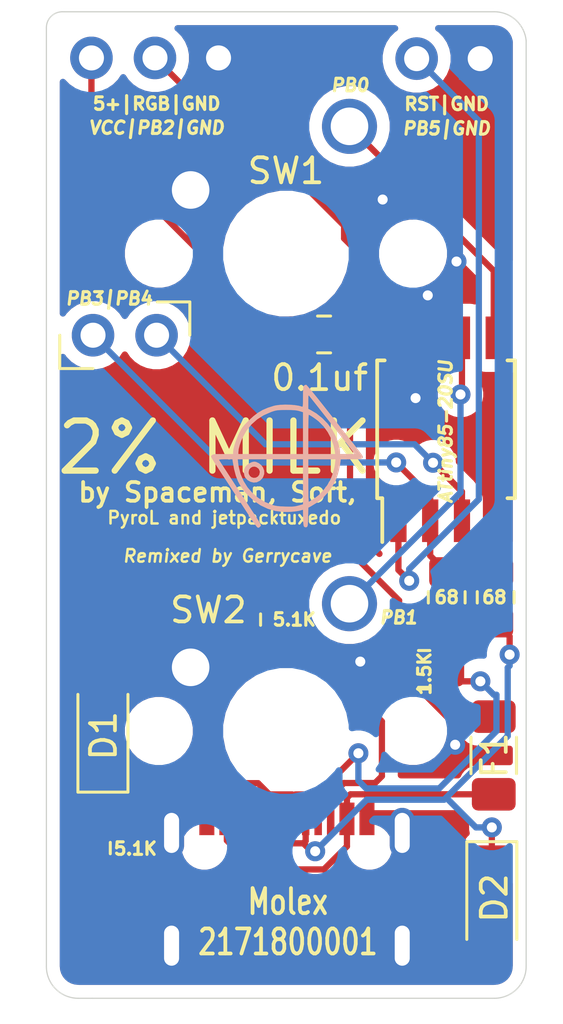
<source format=kicad_pcb>
(kicad_pcb (version 20171130) (host pcbnew "(5.1.10)-1")

  (general
    (thickness 1.6)
    (drawings 30)
    (tracks 137)
    (zones 0)
    (modules 17)
    (nets 14)
  )

  (page A4)
  (layers
    (0 F.Cu signal)
    (31 B.Cu signal)
    (32 B.Adhes user hide)
    (33 F.Adhes user hide)
    (34 B.Paste user hide)
    (35 F.Paste user hide)
    (36 B.SilkS user hide)
    (37 F.SilkS user)
    (38 B.Mask user hide)
    (39 F.Mask user)
    (40 Dwgs.User user hide)
    (41 Cmts.User user hide)
    (42 Eco1.User user hide)
    (43 Eco2.User user hide)
    (44 Edge.Cuts user)
    (45 Margin user hide)
    (46 B.CrtYd user hide)
    (47 F.CrtYd user)
    (48 B.Fab user hide)
    (49 F.Fab user hide)
  )

  (setup
    (last_trace_width 0.25)
    (trace_clearance 0.2)
    (zone_clearance 0.508)
    (zone_45_only no)
    (trace_min 0.2)
    (via_size 0.8)
    (via_drill 0.4)
    (via_min_size 0.4)
    (via_min_drill 0.3)
    (uvia_size 0.3)
    (uvia_drill 0.1)
    (uvias_allowed no)
    (uvia_min_size 0.2)
    (uvia_min_drill 0.1)
    (edge_width 0.05)
    (segment_width 0.2)
    (pcb_text_width 0.3)
    (pcb_text_size 1.5 1.5)
    (mod_edge_width 0.12)
    (mod_text_size 1 1)
    (mod_text_width 0.15)
    (pad_size 1.2 1.4)
    (pad_drill 0)
    (pad_to_mask_clearance 0)
    (aux_axis_origin 0 0)
    (visible_elements 7FFFFFFF)
    (pcbplotparams
      (layerselection 0x010fc_ffffffff)
      (usegerberextensions false)
      (usegerberattributes false)
      (usegerberadvancedattributes false)
      (creategerberjobfile false)
      (excludeedgelayer true)
      (linewidth 0.100000)
      (plotframeref false)
      (viasonmask false)
      (mode 1)
      (useauxorigin false)
      (hpglpennumber 1)
      (hpglpenspeed 20)
      (hpglpendiameter 15.000000)
      (psnegative false)
      (psa4output false)
      (plotreference true)
      (plotvalue true)
      (plotinvisibletext false)
      (padsonsilk false)
      (subtractmaskfromsilk true)
      (outputformat 1)
      (mirror false)
      (drillshape 0)
      (scaleselection 1)
      (outputdirectory "gerber/"))
  )

  (net 0 "")
  (net 1 GND)
  (net 2 VCC)
  (net 3 +5V)
  (net 4 D-)
  (net 5 D+)
  (net 6 "Net-(J1-PadB5)")
  (net 7 "Net-(J1-PadA5)")
  (net 8 RST)
  (net 9 RGB)
  (net 10 PB3)
  (net 11 PB4)
  (net 12 "Net-(SW1-Pad1)")
  (net 13 "Net-(SW2-Pad1)")

  (net_class Default "This is the default net class."
    (clearance 0.2)
    (trace_width 0.25)
    (via_dia 0.8)
    (via_drill 0.4)
    (uvia_dia 0.3)
    (uvia_drill 0.1)
    (add_net +5V)
    (add_net D+)
    (add_net D-)
    (add_net GND)
    (add_net "Net-(J1-PadA5)")
    (add_net "Net-(J1-PadB5)")
    (add_net "Net-(SW1-Pad1)")
    (add_net "Net-(SW2-Pad1)")
    (add_net PB3)
    (add_net PB4)
    (add_net RGB)
    (add_net RST)
    (add_net VCC)
  )

  (module Connector_PinHeader_2.54mm:PinHeader_1x02_P2.54mm_Vertical (layer F.Cu) (tedit 612A041E) (tstamp 612A0CEC)
    (at 173.31436 73.74128 90)
    (descr "Through hole straight pin header, 1x02, 2.54mm pitch, single row")
    (tags "Through hole pin header THT 1x02 2.54mm single row")
    (path /612A3118)
    (fp_text reference J4 (at 0 -2.33 90) (layer F.SilkS) hide
      (effects (font (size 1 1) (thickness 0.15)))
    )
    (fp_text value PB3|PB4 (at 0 4.87 90) (layer F.Fab)
      (effects (font (size 1 1) (thickness 0.15)))
    )
    (fp_text user %R (at 0 1.27 180) (layer F.Fab)
      (effects (font (size 1 1) (thickness 0.15)))
    )
    (fp_line (start -0.635 -1.27) (end 1.27 -1.27) (layer F.Fab) (width 0.1))
    (fp_line (start 1.27 -1.27) (end 1.27 3.81) (layer F.Fab) (width 0.1))
    (fp_line (start 1.27 3.81) (end -1.27 3.81) (layer F.Fab) (width 0.1))
    (fp_line (start -1.27 3.81) (end -1.27 -0.635) (layer F.Fab) (width 0.1))
    (fp_line (start -1.27 -0.635) (end -0.635 -1.27) (layer F.Fab) (width 0.1))
    (fp_line (start 0.00254 3.87) (end 1.33 3.87) (layer F.SilkS) (width 0.12))
    (fp_line (start 1.33 2.56794) (end 1.33 3.87) (layer F.SilkS) (width 0.12))
    (fp_line (start -1.33 0) (end -1.33 -1.33) (layer F.SilkS) (width 0.12))
    (fp_line (start -1.33 -1.33) (end 0 -1.33) (layer F.SilkS) (width 0.12))
    (fp_line (start -1.8 -1.8) (end -1.8 4.35) (layer F.CrtYd) (width 0.05))
    (fp_line (start -1.8 4.35) (end 1.8 4.35) (layer F.CrtYd) (width 0.05))
    (fp_line (start 1.8 4.35) (end 1.8 -1.8) (layer F.CrtYd) (width 0.05))
    (fp_line (start 1.8 -1.8) (end -1.8 -1.8) (layer F.CrtYd) (width 0.05))
    (pad 2 thru_hole circle (at 0 2.54 90) (size 1.7 1.7) (drill 1) (layers *.Cu *.Mask)
      (net 11 PB4))
    (pad 1 thru_hole circle (at 0 0 90) (size 1.7 1.7) (drill 1) (layers *.Cu *.Mask)
      (net 10 PB3))
    (model ${KISYS3DMOD}/Connector_PinHeader_2.54mm.3dshapes/PinHeader_1x02_P2.54mm_Vertical.wrl
      (at (xyz 0 0 0))
      (scale (xyz 1 1 1))
      (rotate (xyz 0 0 0))
    )
  )

  (module Button_Switch_Keyboard:SW_Cherry_MX_1.00u_PCB (layer F.Cu) (tedit 6129EAC9) (tstamp 612915E7)
    (at 183.5658 84.455)
    (descr "Cherry MX keyswitch, 1.00u, PCB mount, http://cherryamericas.com/wp-content/uploads/2014/12/mx_cat.pdf")
    (tags "Cherry MX keyswitch 1.00u PCB")
    (path /612BB6A3)
    (fp_text reference SW2 (at -5.6388 0.254) (layer F.SilkS)
      (effects (font (size 1 1) (thickness 0.15)))
    )
    (fp_text value SW_Push (at -2.54 12.954) (layer F.Fab)
      (effects (font (size 1 1) (thickness 0.15)))
    )
    (fp_line (start -12.065 14.605) (end -12.065 -4.445) (layer Dwgs.User) (width 0.15))
    (fp_line (start 6.985 14.605) (end -12.065 14.605) (layer Dwgs.User) (width 0.15))
    (fp_line (start 6.985 -4.445) (end 6.985 14.605) (layer Dwgs.User) (width 0.15))
    (fp_line (start -12.065 -4.445) (end 6.985 -4.445) (layer Dwgs.User) (width 0.15))
    (fp_line (start -9.14 -1.52) (end 4.06 -1.52) (layer F.CrtYd) (width 0.05))
    (fp_line (start 4.06 -1.52) (end 4.06 11.68) (layer F.CrtYd) (width 0.05))
    (fp_line (start 4.06 11.68) (end -9.14 11.68) (layer F.CrtYd) (width 0.05))
    (fp_line (start -9.14 11.68) (end -9.14 -1.52) (layer F.CrtYd) (width 0.05))
    (fp_line (start -8.89 11.43) (end -8.89 -1.27) (layer F.Fab) (width 0.1))
    (fp_line (start 3.81 11.43) (end -8.89 11.43) (layer F.Fab) (width 0.1))
    (fp_line (start 3.81 -1.27) (end 3.81 11.43) (layer F.Fab) (width 0.1))
    (fp_line (start -8.89 -1.27) (end 3.81 -1.27) (layer F.Fab) (width 0.1))
    (fp_text user %R (at -2.54 -2.794) (layer F.Fab)
      (effects (font (size 1 1) (thickness 0.15)))
    )
    (pad "" np_thru_hole circle (at 2.54 5.08) (size 1.7 1.7) (drill 1.7) (layers *.Cu *.Mask))
    (pad "" np_thru_hole circle (at -7.62 5.08) (size 1.7 1.7) (drill 1.7) (layers *.Cu *.Mask))
    (pad "" np_thru_hole circle (at -2.54 5.08) (size 4 4) (drill 4) (layers *.Cu *.Mask))
    (pad 2 thru_hole circle (at -6.35 2.54) (size 2.2 2.2) (drill 1.5) (layers *.Cu *.Mask)
      (net 1 GND))
    (pad 1 thru_hole circle (at 0 0) (size 2.2 2.2) (drill 1.5) (layers *.Cu *.Mask)
      (net 13 "Net-(SW2-Pad1)"))
    (model ${KISYS3DMOD}/Button_Switch_Keyboard.3dshapes/SW_Cherry_MX_1.00u_PCB.wrl
      (at (xyz 0 0 0))
      (scale (xyz 1 1 1))
      (rotate (xyz 0 0 0))
    )
  )

  (module Button_Switch_Keyboard:SW_Cherry_MX_1.00u_PCB (layer F.Cu) (tedit 6129EAA0) (tstamp 612915CD)
    (at 183.5658 65.405)
    (descr "Cherry MX keyswitch, 1.00u, PCB mount, http://cherryamericas.com/wp-content/uploads/2014/12/mx_cat.pdf")
    (tags "Cherry MX keyswitch 1.00u PCB")
    (path /612BB094)
    (fp_text reference SW1 (at -2.54 1.778) (layer F.SilkS)
      (effects (font (size 1 1) (thickness 0.15)))
    )
    (fp_text value SW_Push (at -2.54 12.954) (layer F.Fab)
      (effects (font (size 1 1) (thickness 0.15)))
    )
    (fp_line (start -12.065 14.605) (end -12.065 -4.445) (layer Dwgs.User) (width 0.15))
    (fp_line (start 6.985 14.605) (end -12.065 14.605) (layer Dwgs.User) (width 0.15))
    (fp_line (start 6.985 -4.445) (end 6.985 14.605) (layer Dwgs.User) (width 0.15))
    (fp_line (start -12.065 -4.445) (end 6.985 -4.445) (layer Dwgs.User) (width 0.15))
    (fp_line (start -9.14 -1.52) (end 4.06 -1.52) (layer F.CrtYd) (width 0.05))
    (fp_line (start 4.06 -1.52) (end 4.06 11.68) (layer F.CrtYd) (width 0.05))
    (fp_line (start 4.06 11.68) (end -9.14 11.68) (layer F.CrtYd) (width 0.05))
    (fp_line (start -9.14 11.68) (end -9.14 -1.52) (layer F.CrtYd) (width 0.05))
    (fp_line (start -8.89 11.43) (end -8.89 -1.27) (layer F.Fab) (width 0.1))
    (fp_line (start 3.81 11.43) (end -8.89 11.43) (layer F.Fab) (width 0.1))
    (fp_line (start 3.81 -1.27) (end 3.81 11.43) (layer F.Fab) (width 0.1))
    (fp_line (start -8.89 -1.27) (end 3.81 -1.27) (layer F.Fab) (width 0.1))
    (fp_text user %R (at -2.54 -2.794) (layer F.Fab)
      (effects (font (size 1 1) (thickness 0.15)))
    )
    (pad "" np_thru_hole circle (at 2.54 5.08) (size 1.7 1.7) (drill 1.7) (layers *.Cu *.Mask))
    (pad "" np_thru_hole circle (at -7.62 5.08) (size 1.7 1.7) (drill 1.7) (layers *.Cu *.Mask))
    (pad "" np_thru_hole circle (at -2.54 5.08) (size 4 4) (drill 4) (layers *.Cu *.Mask))
    (pad 2 thru_hole circle (at -6.35 2.54) (size 2.2 2.2) (drill 1.5) (layers *.Cu *.Mask)
      (net 1 GND))
    (pad 1 thru_hole circle (at 0 0) (size 2.2 2.2) (drill 1.5) (layers *.Cu *.Mask)
      (net 12 "Net-(SW1-Pad1)"))
    (model ${KISYS3DMOD}/Button_Switch_Keyboard.3dshapes/SW_Cherry_MX_1.00u_PCB.wrl
      (at (xyz 0 0 0))
      (scale (xyz 1 1 1))
      (rotate (xyz 0 0 0))
    )
  )

  (module Package_SO:SOIJ-8_5.3x5.3mm_P1.27mm (layer F.Cu) (tedit 5A02F2D3) (tstamp 61291604)
    (at 187.4266 77.4954 90)
    (descr "8-Lead Plastic Small Outline (SM) - Medium, 5.28 mm Body [SOIC] (see Microchip Packaging Specification 00000049BS.pdf)")
    (tags "SOIC 1.27")
    (path /612B072D)
    (attr smd)
    (fp_text reference U1 (at 0 -3.68 90) (layer F.SilkS) hide
      (effects (font (size 1 1) (thickness 0.15)))
    )
    (fp_text value ATtiny85-20SU (at 0 3.68 90) (layer F.Fab)
      (effects (font (size 1 1) (thickness 0.15)))
    )
    (fp_line (start -2.75 -2.55) (end -4.5 -2.55) (layer F.SilkS) (width 0.15))
    (fp_line (start -2.75 2.755) (end 2.75 2.755) (layer F.SilkS) (width 0.15))
    (fp_line (start -2.75 -2.755) (end 2.75 -2.755) (layer F.SilkS) (width 0.15))
    (fp_line (start -2.75 2.755) (end -2.75 2.455) (layer F.SilkS) (width 0.15))
    (fp_line (start 2.75 2.755) (end 2.75 2.455) (layer F.SilkS) (width 0.15))
    (fp_line (start 2.75 -2.755) (end 2.75 -2.455) (layer F.SilkS) (width 0.15))
    (fp_line (start -2.75 -2.755) (end -2.75 -2.55) (layer F.SilkS) (width 0.15))
    (fp_line (start -4.75 2.95) (end 4.75 2.95) (layer F.CrtYd) (width 0.05))
    (fp_line (start -4.75 -2.95) (end 4.75 -2.95) (layer F.CrtYd) (width 0.05))
    (fp_line (start 4.75 -2.95) (end 4.75 2.95) (layer F.CrtYd) (width 0.05))
    (fp_line (start -4.75 -2.95) (end -4.75 2.95) (layer F.CrtYd) (width 0.05))
    (fp_line (start -2.65 -1.65) (end -1.65 -2.65) (layer F.Fab) (width 0.15))
    (fp_line (start -2.65 2.65) (end -2.65 -1.65) (layer F.Fab) (width 0.15))
    (fp_line (start 2.65 2.65) (end -2.65 2.65) (layer F.Fab) (width 0.15))
    (fp_line (start 2.65 -2.65) (end 2.65 2.65) (layer F.Fab) (width 0.15))
    (fp_line (start -1.65 -2.65) (end 2.65 -2.65) (layer F.Fab) (width 0.15))
    (fp_text user %R (at 0 0 90) (layer F.Fab)
      (effects (font (size 1 1) (thickness 0.15)))
    )
    (pad 8 smd rect (at 3.65 -1.905 90) (size 1.7 0.65) (layers F.Cu F.Paste F.Mask)
      (net 3 +5V))
    (pad 7 smd rect (at 3.65 -0.635 90) (size 1.7 0.65) (layers F.Cu F.Paste F.Mask)
      (net 9 RGB))
    (pad 6 smd rect (at 3.65 0.635 90) (size 1.7 0.65) (layers F.Cu F.Paste F.Mask)
      (net 13 "Net-(SW2-Pad1)"))
    (pad 5 smd rect (at 3.65 1.905 90) (size 1.7 0.65) (layers F.Cu F.Paste F.Mask)
      (net 12 "Net-(SW1-Pad1)"))
    (pad 4 smd rect (at -3.65 1.905 90) (size 1.7 0.65) (layers F.Cu F.Paste F.Mask)
      (net 1 GND))
    (pad 3 smd rect (at -3.65 0.635 90) (size 1.7 0.65) (layers F.Cu F.Paste F.Mask)
      (net 11 PB4))
    (pad 2 smd rect (at -3.65 -0.635 90) (size 1.7 0.65) (layers F.Cu F.Paste F.Mask)
      (net 10 PB3))
    (pad 1 smd rect (at -3.65 -1.905 90) (size 1.7 0.65) (layers F.Cu F.Paste F.Mask)
      (net 8 RST))
    (model ${KISYS3DMOD}/Package_SO.3dshapes/SOIJ-8_5.3x5.3mm_P1.27mm.wrl
      (at (xyz 0 0 0))
      (scale (xyz 1 1 1))
      (rotate (xyz 0 0 0))
    )
  )

  (module Resistor_SMD:R_0805_2012Metric_Pad1.20x1.40mm_HandSolder (layer F.Cu) (tedit 5F68FEEE) (tstamp 612915B3)
    (at 186.5503 87.0585)
    (descr "Resistor SMD 0805 (2012 Metric), square (rectangular) end terminal, IPC_7351 nominal with elongated pad for handsoldering. (Body size source: IPC-SM-782 page 72, https://www.pcb-3d.com/wordpress/wp-content/uploads/ipc-sm-782a_amendment_1_and_2.pdf), generated with kicad-footprint-generator")
    (tags "resistor handsolder")
    (path /612CE55F)
    (attr smd)
    (fp_text reference R5 (at 0 -1.65) (layer F.SilkS) hide
      (effects (font (size 1 1) (thickness 0.15)))
    )
    (fp_text value 1.5K (at 0 1.65) (layer F.Fab)
      (effects (font (size 1 1) (thickness 0.15)))
    )
    (fp_line (start 1.85 0.95) (end -1.85 0.95) (layer F.CrtYd) (width 0.05))
    (fp_line (start 1.85 -0.95) (end 1.85 0.95) (layer F.CrtYd) (width 0.05))
    (fp_line (start -1.85 -0.95) (end 1.85 -0.95) (layer F.CrtYd) (width 0.05))
    (fp_line (start -1.85 0.95) (end -1.85 -0.95) (layer F.CrtYd) (width 0.05))
    (fp_line (start -0.227064 0.735) (end 0.227064 0.735) (layer F.SilkS) (width 0.12))
    (fp_line (start -0.227064 -0.735) (end 0.227064 -0.735) (layer F.SilkS) (width 0.12))
    (fp_line (start 1 0.625) (end -1 0.625) (layer F.Fab) (width 0.1))
    (fp_line (start 1 -0.625) (end 1 0.625) (layer F.Fab) (width 0.1))
    (fp_line (start -1 -0.625) (end 1 -0.625) (layer F.Fab) (width 0.1))
    (fp_line (start -1 0.625) (end -1 -0.625) (layer F.Fab) (width 0.1))
    (fp_text user %R (at 0 0) (layer F.Fab)
      (effects (font (size 0.5 0.5) (thickness 0.08)))
    )
    (pad 2 smd roundrect (at 1 0) (size 1.2 1.4) (layers F.Cu F.Paste F.Mask) (roundrect_rratio 0.2083325)
      (net 4 D-))
    (pad 1 smd roundrect (at -1 0) (size 1.2 1.4) (layers F.Cu F.Paste F.Mask) (roundrect_rratio 0.2083325)
      (net 3 +5V))
    (model ${KISYS3DMOD}/Resistor_SMD.3dshapes/R_0805_2012Metric.wrl
      (at (xyz 0 0 0))
      (scale (xyz 1 1 1))
      (rotate (xyz 0 0 0))
    )
  )

  (module Resistor_SMD:R_0805_2012Metric_Pad1.20x1.40mm_HandSolder (layer F.Cu) (tedit 612A083C) (tstamp 612915A2)
    (at 189.4078 84.201 270)
    (descr "Resistor SMD 0805 (2012 Metric), square (rectangular) end terminal, IPC_7351 nominal with elongated pad for handsoldering. (Body size source: IPC-SM-782 page 72, https://www.pcb-3d.com/wordpress/wp-content/uploads/ipc-sm-782a_amendment_1_and_2.pdf), generated with kicad-footprint-generator")
    (tags "resistor handsolder")
    (path /612CEA37)
    (attr smd)
    (fp_text reference R4 (at 0 -1.65 90) (layer F.SilkS) hide
      (effects (font (size 1 1) (thickness 0.15)))
    )
    (fp_text value 68 (at 0 1.65 90) (layer F.Fab)
      (effects (font (size 1 1) (thickness 0.15)))
    )
    (fp_line (start 1.85 0.95) (end -1.85 0.95) (layer F.CrtYd) (width 0.05))
    (fp_line (start 1.85 -0.95) (end 1.85 0.95) (layer F.CrtYd) (width 0.05))
    (fp_line (start -1.85 -0.95) (end 1.85 -0.95) (layer F.CrtYd) (width 0.05))
    (fp_line (start -1.85 0.95) (end -1.85 -0.95) (layer F.CrtYd) (width 0.05))
    (fp_line (start -0.227064 0.735) (end 0.227064 0.735) (layer F.SilkS) (width 0.12))
    (fp_line (start -0.227064 -0.735) (end 0.227064 -0.735) (layer F.SilkS) (width 0.12))
    (fp_line (start 1 0.625) (end -1 0.625) (layer F.Fab) (width 0.1))
    (fp_line (start 1 -0.625) (end 1 0.625) (layer F.Fab) (width 0.1))
    (fp_line (start -1 -0.625) (end 1 -0.625) (layer F.Fab) (width 0.1))
    (fp_line (start -1 0.625) (end -1 -0.625) (layer F.Fab) (width 0.1))
    (fp_text user %R (at 0 0 90) (layer F.Fab)
      (effects (font (size 0.5 0.5) (thickness 0.08)))
    )
    (pad 2 smd roundrect (at 1 0 270) (size 1.2 1.4) (layers F.Cu F.Paste F.Mask) (roundrect_rratio 0.2083325)
      (net 5 D+))
    (pad 1 smd roundrect (at -1 0 270) (size 1.2 1.4) (layers F.Cu F.Paste F.Mask) (roundrect_rratio 0.208)
      (net 11 PB4))
    (model ${KISYS3DMOD}/Resistor_SMD.3dshapes/R_0805_2012Metric.wrl
      (at (xyz 0 0 0))
      (scale (xyz 1 1 1))
      (rotate (xyz 0 0 0))
    )
  )

  (module Resistor_SMD:R_0805_2012Metric_Pad1.20x1.40mm_HandSolder (layer F.Cu) (tedit 612A0832) (tstamp 61291591)
    (at 187.452 84.201 270)
    (descr "Resistor SMD 0805 (2012 Metric), square (rectangular) end terminal, IPC_7351 nominal with elongated pad for handsoldering. (Body size source: IPC-SM-782 page 72, https://www.pcb-3d.com/wordpress/wp-content/uploads/ipc-sm-782a_amendment_1_and_2.pdf), generated with kicad-footprint-generator")
    (tags "resistor handsolder")
    (path /612B2161)
    (attr smd)
    (fp_text reference R3 (at 0 -1.65 90) (layer F.SilkS) hide
      (effects (font (size 1 1) (thickness 0.15)))
    )
    (fp_text value 68 (at 0 1.65 90) (layer F.Fab)
      (effects (font (size 1 1) (thickness 0.15)))
    )
    (fp_line (start 1.85 0.95) (end -1.85 0.95) (layer F.CrtYd) (width 0.05))
    (fp_line (start 1.85 -0.95) (end 1.85 0.95) (layer F.CrtYd) (width 0.05))
    (fp_line (start -1.85 -0.95) (end 1.85 -0.95) (layer F.CrtYd) (width 0.05))
    (fp_line (start -1.85 0.95) (end -1.85 -0.95) (layer F.CrtYd) (width 0.05))
    (fp_line (start -0.227064 0.735) (end 0.227064 0.735) (layer F.SilkS) (width 0.12))
    (fp_line (start -0.227064 -0.735) (end 0.227064 -0.735) (layer F.SilkS) (width 0.12))
    (fp_line (start 1 0.625) (end -1 0.625) (layer F.Fab) (width 0.1))
    (fp_line (start 1 -0.625) (end 1 0.625) (layer F.Fab) (width 0.1))
    (fp_line (start -1 -0.625) (end 1 -0.625) (layer F.Fab) (width 0.1))
    (fp_line (start -1 0.625) (end -1 -0.625) (layer F.Fab) (width 0.1))
    (fp_text user %R (at 0 0 90) (layer F.Fab)
      (effects (font (size 0.5 0.5) (thickness 0.08)))
    )
    (pad 2 smd roundrect (at 1 0 270) (size 1.2 1.4) (layers F.Cu F.Paste F.Mask) (roundrect_rratio 0.2083325)
      (net 4 D-))
    (pad 1 smd roundrect (at -1 0 270) (size 1.2 1.4) (layers F.Cu F.Paste F.Mask) (roundrect_rratio 0.208)
      (net 10 PB3))
    (model ${KISYS3DMOD}/Resistor_SMD.3dshapes/R_0805_2012Metric.wrl
      (at (xyz 0 0 0))
      (scale (xyz 1 1 1))
      (rotate (xyz 0 0 0))
    )
  )

  (module Resistor_SMD:R_0805_2012Metric_Pad1.20x1.40mm_HandSolder (layer F.Cu) (tedit 5F68FEEE) (tstamp 61291580)
    (at 180.7464 85.09 270)
    (descr "Resistor SMD 0805 (2012 Metric), square (rectangular) end terminal, IPC_7351 nominal with elongated pad for handsoldering. (Body size source: IPC-SM-782 page 72, https://www.pcb-3d.com/wordpress/wp-content/uploads/ipc-sm-782a_amendment_1_and_2.pdf), generated with kicad-footprint-generator")
    (tags "resistor handsolder")
    (path /612CA911)
    (attr smd)
    (fp_text reference R2 (at 0 -1.65 90) (layer F.SilkS) hide
      (effects (font (size 1 1) (thickness 0.15)))
    )
    (fp_text value 5.1K (at 0 1.65 90) (layer F.Fab)
      (effects (font (size 1 1) (thickness 0.15)))
    )
    (fp_line (start 1.85 0.95) (end -1.85 0.95) (layer F.CrtYd) (width 0.05))
    (fp_line (start 1.85 -0.95) (end 1.85 0.95) (layer F.CrtYd) (width 0.05))
    (fp_line (start -1.85 -0.95) (end 1.85 -0.95) (layer F.CrtYd) (width 0.05))
    (fp_line (start -1.85 0.95) (end -1.85 -0.95) (layer F.CrtYd) (width 0.05))
    (fp_line (start -0.227064 0.735) (end 0.227064 0.735) (layer F.SilkS) (width 0.12))
    (fp_line (start -0.227064 -0.735) (end 0.227064 -0.735) (layer F.SilkS) (width 0.12))
    (fp_line (start 1 0.625) (end -1 0.625) (layer F.Fab) (width 0.1))
    (fp_line (start 1 -0.625) (end 1 0.625) (layer F.Fab) (width 0.1))
    (fp_line (start -1 -0.625) (end 1 -0.625) (layer F.Fab) (width 0.1))
    (fp_line (start -1 0.625) (end -1 -0.625) (layer F.Fab) (width 0.1))
    (fp_text user %R (at 0 0 90) (layer F.Fab)
      (effects (font (size 0.5 0.5) (thickness 0.08)))
    )
    (pad 2 smd roundrect (at 1 0 270) (size 1.2 1.4) (layers F.Cu F.Paste F.Mask) (roundrect_rratio 0.2083325)
      (net 6 "Net-(J1-PadB5)"))
    (pad 1 smd roundrect (at -1 0 270) (size 1.2 1.4) (layers F.Cu F.Paste F.Mask) (roundrect_rratio 0.2083325)
      (net 1 GND))
    (model ${KISYS3DMOD}/Resistor_SMD.3dshapes/R_0805_2012Metric.wrl
      (at (xyz 0 0 0))
      (scale (xyz 1 1 1))
      (rotate (xyz 0 0 0))
    )
  )

  (module Resistor_SMD:R_0805_2012Metric_Pad1.20x1.40mm_HandSolder (layer F.Cu) (tedit 5F68FEEE) (tstamp 6129156F)
    (at 174.7393 94.2086 90)
    (descr "Resistor SMD 0805 (2012 Metric), square (rectangular) end terminal, IPC_7351 nominal with elongated pad for handsoldering. (Body size source: IPC-SM-782 page 72, https://www.pcb-3d.com/wordpress/wp-content/uploads/ipc-sm-782a_amendment_1_and_2.pdf), generated with kicad-footprint-generator")
    (tags "resistor handsolder")
    (path /612C9F20)
    (attr smd)
    (fp_text reference R1 (at 0 -1.65 90) (layer F.SilkS) hide
      (effects (font (size 1 1) (thickness 0.15)))
    )
    (fp_text value 5.1K (at 0 1.65 90) (layer F.Fab)
      (effects (font (size 1 1) (thickness 0.15)))
    )
    (fp_line (start 1.85 0.95) (end -1.85 0.95) (layer F.CrtYd) (width 0.05))
    (fp_line (start 1.85 -0.95) (end 1.85 0.95) (layer F.CrtYd) (width 0.05))
    (fp_line (start -1.85 -0.95) (end 1.85 -0.95) (layer F.CrtYd) (width 0.05))
    (fp_line (start -1.85 0.95) (end -1.85 -0.95) (layer F.CrtYd) (width 0.05))
    (fp_line (start -0.227064 0.735) (end 0.227064 0.735) (layer F.SilkS) (width 0.12))
    (fp_line (start -0.227064 -0.735) (end 0.227064 -0.735) (layer F.SilkS) (width 0.12))
    (fp_line (start 1 0.625) (end -1 0.625) (layer F.Fab) (width 0.1))
    (fp_line (start 1 -0.625) (end 1 0.625) (layer F.Fab) (width 0.1))
    (fp_line (start -1 -0.625) (end 1 -0.625) (layer F.Fab) (width 0.1))
    (fp_line (start -1 0.625) (end -1 -0.625) (layer F.Fab) (width 0.1))
    (fp_text user %R (at 0 0 90) (layer F.Fab)
      (effects (font (size 0.5 0.5) (thickness 0.08)))
    )
    (pad 2 smd roundrect (at 1 0 90) (size 1.2 1.4) (layers F.Cu F.Paste F.Mask) (roundrect_rratio 0.2083325)
      (net 7 "Net-(J1-PadA5)"))
    (pad 1 smd roundrect (at -1 0 90) (size 1.2 1.4) (layers F.Cu F.Paste F.Mask) (roundrect_rratio 0.2083325)
      (net 1 GND))
    (model ${KISYS3DMOD}/Resistor_SMD.3dshapes/R_0805_2012Metric.wrl
      (at (xyz 0 0 0))
      (scale (xyz 1 1 1))
      (rotate (xyz 0 0 0))
    )
  )

  (module footprints:Molex_2171800001 (layer F.Cu) (tedit 612A0770) (tstamp 6129153F)
    (at 181.0639 101.0031)
    (path /612AB974)
    (fp_text reference J1 (at 0.0381 -6.1341) (layer F.SilkS) hide
      (effects (font (size 1 1) (thickness 0.15)))
    )
    (fp_text value USB_C_Receptacle_USB2.0 (at 0 1) (layer F.Fab)
      (effects (font (size 1 1) (thickness 0.15)))
    )
    (fp_line (start -5.3 -8.61) (end 5.3 -8.61) (layer Eco2.User) (width 0.12))
    (fp_line (start -5.3 0) (end -5.3 -8.61) (layer Eco2.User) (width 0.12))
    (fp_line (start 5.3 0) (end -5.3 0) (layer Eco2.User) (width 0.12))
    (fp_line (start 5.3 -8.61) (end 5.3 0) (layer Eco2.User) (width 0.12))
    (fp_line (start -4.735 -8) (end -4.735 0) (layer F.CrtYd) (width 0.12))
    (fp_line (start 4.735 -8) (end -4.735 -8) (layer F.CrtYd) (width 0.12))
    (fp_line (start 4.735 0) (end 4.735 -8) (layer F.CrtYd) (width 0.12))
    (fp_line (start 4.735 0) (end -4.735 0) (layer F.CrtYd) (width 0.12))
    (fp_line (start -8 -0.8) (end 8 -0.8) (layer Dwgs.User) (width 0.12))
    (fp_text user "PCB EDGE" (at 6.5278 -1.12522) (layer Dwgs.User)
      (effects (font (size 0.25 0.25) (thickness 0.0625)))
    )
    (pad B5 smd rect (at 1.75 -7.96) (size 0.3 1.3) (layers F.Cu F.Paste F.Mask)
      (net 6 "Net-(J1-PadB5)"))
    (pad A8 smd rect (at 1.25 -7.96) (size 0.3 1.3) (layers F.Cu F.Paste F.Mask))
    (pad B6 smd rect (at 0.75 -7.96) (size 0.3 1.3) (layers F.Cu F.Paste F.Mask)
      (net 5 D+))
    (pad A7 smd rect (at 0.25 -7.96) (size 0.3 1.3) (layers F.Cu F.Paste F.Mask)
      (net 4 D-))
    (pad A6 smd rect (at -0.25 -7.96) (size 0.3 1.3) (layers F.Cu F.Paste F.Mask)
      (net 5 D+))
    (pad B7 smd rect (at -0.75 -7.96) (size 0.3 1.3) (layers F.Cu F.Paste F.Mask)
      (net 4 D-))
    (pad A5 smd rect (at -1.25 -7.96) (size 0.3 1.3) (layers F.Cu F.Paste F.Mask)
      (net 7 "Net-(J1-PadA5)"))
    (pad B8 smd rect (at -1.75 -7.96) (size 0.3 1.3) (layers F.Cu F.Paste F.Mask))
    (pad B4 smd rect (at 2.4 -7.96) (size 0.6 1.3) (layers F.Cu F.Paste F.Mask)
      (net 2 VCC))
    (pad B1 smd rect (at 3.2 -7.96) (size 0.6 1.3) (layers F.Cu F.Paste F.Mask)
      (net 1 GND))
    (pad A4 smd rect (at -2.4 -7.96) (size 0.6 1.3) (layers F.Cu F.Paste F.Mask)
      (net 2 VCC))
    (pad A1 smd rect (at -3.2 -7.96) (size 0.6 1.3) (layers F.Cu F.Paste F.Mask)
      (net 1 GND))
    (pad "" np_thru_hole circle (at 3.3 -6.84) (size 0.8 0.8) (drill 0.8) (layers *.Cu *.Mask))
    (pad "" np_thru_hole circle (at -3.3 -6.84) (size 0.8 0.8) (drill 0.8) (layers *.Cu *.Mask))
    (pad "" thru_hole oval (at 4.61 -7.4) (size 1 2) (drill oval 0.6 1.6) (layers *.Cu *.Mask)
      (net 1 GND))
    (pad "" thru_hole oval (at -4.61 -7.4) (size 1 2) (drill oval 0.6 1.6) (layers *.Cu *.Mask)
      (net 1 GND))
    (pad "" thru_hole oval (at -4.61 -2.9) (size 1 2) (drill oval 0.6 1.6) (layers *.Cu *.Mask)
      (net 1 GND))
    (pad "" thru_hole oval (at 4.61 -2.9) (size 1 2) (drill oval 0.6 1.6) (layers *.Cu *.Mask)
      (net 1 GND))
    (model ${KIPRJMOD}/footprints.pretty/2171800001.stp
      (offset (xyz 0 4.25 3.2))
      (scale (xyz 1 1 1))
      (rotate (xyz -90 0 0))
    )
  )

  (module Resistor_SMD:R_1206_3216Metric_Pad1.30x1.75mm_HandSolder (layer F.Cu) (tedit 5F68FEEE) (tstamp 6129EF39)
    (at 189.3316 90.5123 270)
    (descr "Resistor SMD 1206 (3216 Metric), square (rectangular) end terminal, IPC_7351 nominal with elongated pad for handsoldering. (Body size source: IPC-SM-782 page 72, https://www.pcb-3d.com/wordpress/wp-content/uploads/ipc-sm-782a_amendment_1_and_2.pdf), generated with kicad-footprint-generator")
    (tags "resistor handsolder")
    (path /612B2B61)
    (attr smd)
    (fp_text reference F1 (at 0 -0.0254 90) (layer F.SilkS)
      (effects (font (size 1 1) (thickness 0.15)))
    )
    (fp_text value Polyfuse (at 0 1.82 90) (layer F.Fab)
      (effects (font (size 1 1) (thickness 0.15)))
    )
    (fp_line (start 2.45 1.12) (end -2.45 1.12) (layer F.CrtYd) (width 0.05))
    (fp_line (start 2.45 -1.12) (end 2.45 1.12) (layer F.CrtYd) (width 0.05))
    (fp_line (start -2.45 -1.12) (end 2.45 -1.12) (layer F.CrtYd) (width 0.05))
    (fp_line (start -2.45 1.12) (end -2.45 -1.12) (layer F.CrtYd) (width 0.05))
    (fp_line (start -0.727064 0.91) (end 0.727064 0.91) (layer F.SilkS) (width 0.12))
    (fp_line (start -0.727064 -0.91) (end 0.727064 -0.91) (layer F.SilkS) (width 0.12))
    (fp_line (start 1.6 0.8) (end -1.6 0.8) (layer F.Fab) (width 0.1))
    (fp_line (start 1.6 -0.8) (end 1.6 0.8) (layer F.Fab) (width 0.1))
    (fp_line (start -1.6 -0.8) (end 1.6 -0.8) (layer F.Fab) (width 0.1))
    (fp_line (start -1.6 0.8) (end -1.6 -0.8) (layer F.Fab) (width 0.1))
    (fp_text user %R (at 0 0 90) (layer F.Fab)
      (effects (font (size 0.8 0.8) (thickness 0.12)))
    )
    (pad 2 smd roundrect (at 1.55 0 270) (size 1.3 1.75) (layers F.Cu F.Paste F.Mask) (roundrect_rratio 0.1923076923076923)
      (net 2 VCC))
    (pad 1 smd roundrect (at -1.55 0 270) (size 1.3 1.75) (layers F.Cu F.Paste F.Mask) (roundrect_rratio 0.1923076923076923)
      (net 3 +5V))
    (model ${KISYS3DMOD}/Resistor_SMD.3dshapes/R_1206_3216Metric.wrl
      (at (xyz 0 0 0))
      (scale (xyz 1 1 1))
      (rotate (xyz 0 0 0))
    )
  )

  (module Diode_SMD:D_SOD-123 (layer F.Cu) (tedit 58645DC7) (tstamp 6129150E)
    (at 189.2554 96.2025 270)
    (descr SOD-123)
    (tags SOD-123)
    (path /612B83B0)
    (attr smd)
    (fp_text reference D2 (at 0 -0.1016 90) (layer F.SilkS)
      (effects (font (size 1 1) (thickness 0.15)))
    )
    (fp_text value 3.6V (at 0 2.1 90) (layer F.Fab)
      (effects (font (size 1 1) (thickness 0.15)))
    )
    (fp_line (start -2.25 -1) (end 1.65 -1) (layer F.SilkS) (width 0.12))
    (fp_line (start -2.25 1) (end 1.65 1) (layer F.SilkS) (width 0.12))
    (fp_line (start -2.35 -1.15) (end -2.35 1.15) (layer F.CrtYd) (width 0.05))
    (fp_line (start 2.35 1.15) (end -2.35 1.15) (layer F.CrtYd) (width 0.05))
    (fp_line (start 2.35 -1.15) (end 2.35 1.15) (layer F.CrtYd) (width 0.05))
    (fp_line (start -2.35 -1.15) (end 2.35 -1.15) (layer F.CrtYd) (width 0.05))
    (fp_line (start -1.4 -0.9) (end 1.4 -0.9) (layer F.Fab) (width 0.1))
    (fp_line (start 1.4 -0.9) (end 1.4 0.9) (layer F.Fab) (width 0.1))
    (fp_line (start 1.4 0.9) (end -1.4 0.9) (layer F.Fab) (width 0.1))
    (fp_line (start -1.4 0.9) (end -1.4 -0.9) (layer F.Fab) (width 0.1))
    (fp_line (start -0.75 0) (end -0.35 0) (layer F.Fab) (width 0.1))
    (fp_line (start -0.35 0) (end -0.35 -0.55) (layer F.Fab) (width 0.1))
    (fp_line (start -0.35 0) (end -0.35 0.55) (layer F.Fab) (width 0.1))
    (fp_line (start -0.35 0) (end 0.25 -0.4) (layer F.Fab) (width 0.1))
    (fp_line (start 0.25 -0.4) (end 0.25 0.4) (layer F.Fab) (width 0.1))
    (fp_line (start 0.25 0.4) (end -0.35 0) (layer F.Fab) (width 0.1))
    (fp_line (start 0.25 0) (end 0.75 0) (layer F.Fab) (width 0.1))
    (fp_line (start -2.25 -1) (end -2.25 1) (layer F.SilkS) (width 0.12))
    (fp_text user %R (at 0 -2 90) (layer F.Fab)
      (effects (font (size 1 1) (thickness 0.15)))
    )
    (pad 2 smd rect (at 1.65 0 270) (size 0.9 1.2) (layers F.Cu F.Paste F.Mask)
      (net 1 GND))
    (pad 1 smd rect (at -1.65 0 270) (size 0.9 1.2) (layers F.Cu F.Paste F.Mask)
      (net 5 D+))
    (model ${KISYS3DMOD}/Diode_SMD.3dshapes/D_SOD-123.wrl
      (at (xyz 0 0 0))
      (scale (xyz 1 1 1))
      (rotate (xyz 0 0 0))
    )
  )

  (module Diode_SMD:D_SOD-123 (layer F.Cu) (tedit 58645DC7) (tstamp 612914F5)
    (at 173.7106 89.7255 90)
    (descr SOD-123)
    (tags SOD-123)
    (path /612B1952)
    (attr smd)
    (fp_text reference D1 (at 0 0.0254 90) (layer F.SilkS)
      (effects (font (size 1 1) (thickness 0.15)))
    )
    (fp_text value 3.6V (at 0 2.1 90) (layer F.Fab)
      (effects (font (size 1 1) (thickness 0.15)))
    )
    (fp_line (start -2.25 -1) (end 1.65 -1) (layer F.SilkS) (width 0.12))
    (fp_line (start -2.25 1) (end 1.65 1) (layer F.SilkS) (width 0.12))
    (fp_line (start -2.35 -1.15) (end -2.35 1.15) (layer F.CrtYd) (width 0.05))
    (fp_line (start 2.35 1.15) (end -2.35 1.15) (layer F.CrtYd) (width 0.05))
    (fp_line (start 2.35 -1.15) (end 2.35 1.15) (layer F.CrtYd) (width 0.05))
    (fp_line (start -2.35 -1.15) (end 2.35 -1.15) (layer F.CrtYd) (width 0.05))
    (fp_line (start -1.4 -0.9) (end 1.4 -0.9) (layer F.Fab) (width 0.1))
    (fp_line (start 1.4 -0.9) (end 1.4 0.9) (layer F.Fab) (width 0.1))
    (fp_line (start 1.4 0.9) (end -1.4 0.9) (layer F.Fab) (width 0.1))
    (fp_line (start -1.4 0.9) (end -1.4 -0.9) (layer F.Fab) (width 0.1))
    (fp_line (start -0.75 0) (end -0.35 0) (layer F.Fab) (width 0.1))
    (fp_line (start -0.35 0) (end -0.35 -0.55) (layer F.Fab) (width 0.1))
    (fp_line (start -0.35 0) (end -0.35 0.55) (layer F.Fab) (width 0.1))
    (fp_line (start -0.35 0) (end 0.25 -0.4) (layer F.Fab) (width 0.1))
    (fp_line (start 0.25 -0.4) (end 0.25 0.4) (layer F.Fab) (width 0.1))
    (fp_line (start 0.25 0.4) (end -0.35 0) (layer F.Fab) (width 0.1))
    (fp_line (start 0.25 0) (end 0.75 0) (layer F.Fab) (width 0.1))
    (fp_line (start -2.25 -1) (end -2.25 1) (layer F.SilkS) (width 0.12))
    (fp_text user %R (at 0 -2 90) (layer F.Fab)
      (effects (font (size 1 1) (thickness 0.15)))
    )
    (pad 2 smd rect (at 1.65 0 90) (size 0.9 1.2) (layers F.Cu F.Paste F.Mask)
      (net 1 GND))
    (pad 1 smd rect (at -1.65 0 90) (size 0.9 1.2) (layers F.Cu F.Paste F.Mask)
      (net 4 D-))
    (model ${KISYS3DMOD}/Diode_SMD.3dshapes/D_SOD-123.wrl
      (at (xyz 0 0 0))
      (scale (xyz 1 1 1))
      (rotate (xyz 0 0 0))
    )
  )

  (module Capacitor_SMD:C_0805_2012Metric_Pad1.18x1.45mm_HandSolder (layer F.Cu) (tedit 5F68FEEF) (tstamp 612914DC)
    (at 182.5498 73.7108 180)
    (descr "Capacitor SMD 0805 (2012 Metric), square (rectangular) end terminal, IPC_7351 nominal with elongated pad for handsoldering. (Body size source: IPC-SM-782 page 76, https://www.pcb-3d.com/wordpress/wp-content/uploads/ipc-sm-782a_amendment_1_and_2.pdf, https://docs.google.com/spreadsheets/d/1BsfQQcO9C6DZCsRaXUlFlo91Tg2WpOkGARC1WS5S8t0/edit?usp=sharing), generated with kicad-footprint-generator")
    (tags "capacitor handsolder")
    (path /612B385D)
    (attr smd)
    (fp_text reference C1 (at 0 -1.68) (layer F.SilkS) hide
      (effects (font (size 1 1) (thickness 0.15)))
    )
    (fp_text value 0.1uf (at 0 1.68) (layer F.Fab)
      (effects (font (size 1 1) (thickness 0.15)))
    )
    (fp_line (start 1.88 0.98) (end -1.88 0.98) (layer F.CrtYd) (width 0.05))
    (fp_line (start 1.88 -0.98) (end 1.88 0.98) (layer F.CrtYd) (width 0.05))
    (fp_line (start -1.88 -0.98) (end 1.88 -0.98) (layer F.CrtYd) (width 0.05))
    (fp_line (start -1.88 0.98) (end -1.88 -0.98) (layer F.CrtYd) (width 0.05))
    (fp_line (start -0.261252 0.735) (end 0.261252 0.735) (layer F.SilkS) (width 0.12))
    (fp_line (start -0.261252 -0.735) (end 0.261252 -0.735) (layer F.SilkS) (width 0.12))
    (fp_line (start 1 0.625) (end -1 0.625) (layer F.Fab) (width 0.1))
    (fp_line (start 1 -0.625) (end 1 0.625) (layer F.Fab) (width 0.1))
    (fp_line (start -1 -0.625) (end 1 -0.625) (layer F.Fab) (width 0.1))
    (fp_line (start -1 0.625) (end -1 -0.625) (layer F.Fab) (width 0.1))
    (fp_text user %R (at 0 0) (layer F.Fab)
      (effects (font (size 0.5 0.5) (thickness 0.08)))
    )
    (pad 2 smd roundrect (at 1.0375 0 180) (size 1.175 1.45) (layers F.Cu F.Paste F.Mask) (roundrect_rratio 0.2127659574468085)
      (net 1 GND))
    (pad 1 smd roundrect (at -1.0375 0 180) (size 1.175 1.45) (layers F.Cu F.Paste F.Mask) (roundrect_rratio 0.2127659574468085)
      (net 3 +5V))
    (model ${KISYS3DMOD}/Capacitor_SMD.3dshapes/C_0805_2012Metric.wrl
      (at (xyz 0 0 0))
      (scale (xyz 1 1 1))
      (rotate (xyz 0 0 0))
    )
  )

  (module Connector_PinHeader_2.54mm:PinHeader_1x03_P2.54mm_Vertical (layer F.Cu) (tedit 612A005F) (tstamp 5CCE6D2B)
    (at 178.33086 62.6745 270)
    (descr "Through hole straight pin header, 1x03, 2.54mm pitch, single row")
    (tags "Through hole pin header THT 1x03 2.54mm single row")
    (path /5CCEB648)
    (fp_text reference J3 (at 0 -2.33 270) (layer F.SilkS) hide
      (effects (font (size 1 1) (thickness 0.15)))
    )
    (fp_text value RGB (at 0 7.41 270) (layer F.Fab)
      (effects (font (size 1 1) (thickness 0.15)))
    )
    (fp_line (start -0.635 -1.27) (end 1.27 -1.27) (layer F.Fab) (width 0.1))
    (fp_line (start 1.27 -1.27) (end 1.27 6.35) (layer F.Fab) (width 0.1))
    (fp_line (start 1.27 6.35) (end -1.27 6.35) (layer F.Fab) (width 0.1))
    (fp_line (start -1.27 6.35) (end -1.27 -0.635) (layer F.Fab) (width 0.1))
    (fp_line (start -1.27 -0.635) (end -0.635 -1.27) (layer F.Fab) (width 0.1))
    (fp_line (start -1.8 -1.8) (end -1.8 6.85) (layer F.CrtYd) (width 0.05))
    (fp_line (start -1.8 6.85) (end 1.8 6.85) (layer F.CrtYd) (width 0.05))
    (fp_line (start 1.8 6.85) (end 1.8 -1.8) (layer F.CrtYd) (width 0.05))
    (fp_line (start 1.8 -1.8) (end -1.8 -1.8) (layer F.CrtYd) (width 0.05))
    (fp_text user %R (at 0 2.54) (layer F.Fab)
      (effects (font (size 1 1) (thickness 0.15)))
    )
    (pad 1 thru_hole rect (at 0 0 270) (size 1.7 1.7) (drill 1) (layers *.Cu *.Mask)
      (net 1 GND))
    (pad 2 thru_hole oval (at 0 2.54 270) (size 1.7 1.7) (drill 1) (layers *.Cu *.Mask)
      (net 9 RGB))
    (pad 3 thru_hole oval (at 0 5.08 270) (size 1.7 1.7) (drill 1) (layers *.Cu *.Mask)
      (net 3 +5V))
    (model ${KISYS3DMOD}/Connector_PinHeader_2.54mm.3dshapes/PinHeader_1x03_P2.54mm_Vertical.wrl
      (at (xyz 0 0 0))
      (scale (xyz 1 1 1))
      (rotate (xyz 0 0 0))
    )
  )

  (module Connector_PinHeader_2.54mm:PinHeader_1x02_P2.54mm_Vertical (layer F.Cu) (tedit 5CCE2EBD) (tstamp 5CCE6D6D)
    (at 188.79058 62.70244 270)
    (descr "Through hole straight pin header, 1x02, 2.54mm pitch, single row")
    (tags "Through hole pin header THT 1x02 2.54mm single row")
    (path /5CCF73ED)
    (fp_text reference J2 (at 0 -2.33 270) (layer F.SilkS) hide
      (effects (font (size 1 1) (thickness 0.15)))
    )
    (fp_text value RST (at 0 4.87 270) (layer F.Fab)
      (effects (font (size 1 1) (thickness 0.15)))
    )
    (fp_line (start -0.635 -1.27) (end 1.27 -1.27) (layer F.Fab) (width 0.1))
    (fp_line (start 1.27 -1.27) (end 1.27 3.81) (layer F.Fab) (width 0.1))
    (fp_line (start 1.27 3.81) (end -1.27 3.81) (layer F.Fab) (width 0.1))
    (fp_line (start -1.27 3.81) (end -1.27 -0.635) (layer F.Fab) (width 0.1))
    (fp_line (start -1.27 -0.635) (end -0.635 -1.27) (layer F.Fab) (width 0.1))
    (fp_line (start -1.8 -1.8) (end -1.8 4.35) (layer F.CrtYd) (width 0.05))
    (fp_line (start -1.8 4.35) (end 1.8 4.35) (layer F.CrtYd) (width 0.05))
    (fp_line (start 1.8 4.35) (end 1.8 -1.8) (layer F.CrtYd) (width 0.05))
    (fp_line (start 1.8 -1.8) (end -1.8 -1.8) (layer F.CrtYd) (width 0.05))
    (fp_text user %R (at 0 1.27 180) (layer F.Fab)
      (effects (font (size 1 1) (thickness 0.15)))
    )
    (pad 1 thru_hole rect (at 0 0 270) (size 1.7 1.7) (drill 1) (layers *.Cu *.Mask)
      (net 1 GND))
    (pad 2 thru_hole oval (at 0 2.54 270) (size 1.7 1.7) (drill 1) (layers *.Cu *.Mask)
      (net 8 RST))
    (model ${KISYS3DMOD}/Connector_PinHeader_2.54mm.3dshapes/PinHeader_1x02_P2.54mm_Vertical.wrl
      (at (xyz 0 0 0))
      (scale (xyz 1 1 1))
      (rotate (xyz 0 0 0))
    )
  )

  (module silks:40logo (layer B.Cu) (tedit 0) (tstamp 61290E12)
    (at 181.102 78.613 180)
    (fp_text reference "" (at 5 -0.4 180) (layer B.SilkS) hide
      (effects (font (size 1.524 1.524) (thickness 0.3)) (justify mirror))
    )
    (fp_text value LOGO (at 0.75 0 180) (layer B.SilkS) hide
      (effects (font (size 1.524 1.524) (thickness 0.3)) (justify mirror))
    )
    (fp_poly (pts (xy 1.435555 -0.196146) (xy 1.537599 -0.243751) (xy 1.63146 -0.30946) (xy 1.695244 -0.378406)
      (xy 1.742173 -0.490089) (xy 1.754036 -0.617953) (xy 1.730827 -0.742208) (xy 1.695363 -0.81402)
      (xy 1.605767 -0.908859) (xy 1.491699 -0.974318) (xy 1.367651 -1.004685) (xy 1.248117 -0.994248)
      (xy 1.242404 -0.992517) (xy 1.114679 -0.929276) (xy 1.018298 -0.82767) (xy 0.995404 -0.790518)
      (xy 0.947948 -0.664041) (xy 0.948764 -0.5969) (xy 1.1176 -0.5969) (xy 1.138866 -0.696222)
      (xy 1.194873 -0.770536) (xy 1.27393 -0.815426) (xy 1.364348 -0.826482) (xy 1.454437 -0.799291)
      (xy 1.51765 -0.74791) (xy 1.566843 -0.661157) (xy 1.574378 -0.571469) (xy 1.54725 -0.488042)
      (xy 1.492453 -0.420071) (xy 1.416981 -0.376751) (xy 1.327828 -0.367279) (xy 1.247206 -0.392351)
      (xy 1.162464 -0.457681) (xy 1.122161 -0.545455) (xy 1.1176 -0.5969) (xy 0.948764 -0.5969)
      (xy 0.949499 -0.53656) (xy 0.998289 -0.405384) (xy 1.06888 -0.31258) (xy 1.166187 -0.236626)
      (xy 1.273198 -0.188695) (xy 1.344813 -0.1778) (xy 1.435555 -0.196146)) (layer B.SilkS) (width 0.01))
    (fp_poly (pts (xy -0.683494 2.880106) (xy -0.650783 2.856955) (xy -0.634926 2.833748) (xy -0.623619 2.795706)
      (xy -0.616152 2.735085) (xy -0.611812 2.644143) (xy -0.60989 2.515138) (xy -0.6096 2.408469)
      (xy -0.608987 2.254228) (xy -0.606744 2.144262) (xy -0.602267 2.072058) (xy -0.59495 2.031102)
      (xy -0.584189 2.014879) (xy -0.573089 2.015176) (xy -0.440002 2.05242) (xy -0.271464 2.078974)
      (xy -0.081781 2.094391) (xy 0.11474 2.098222) (xy 0.303793 2.090018) (xy 0.471073 2.069333)
      (xy 0.555726 2.050554) (xy 0.797174 1.974337) (xy 1.005395 1.884817) (xy 1.194336 1.773833)
      (xy 1.377945 1.633228) (xy 1.564469 1.4605) (xy 1.672648 1.351316) (xy 1.752934 1.263498)
      (xy 1.814936 1.184141) (xy 1.868261 1.100343) (xy 1.922517 0.999198) (xy 1.952154 0.9398)
      (xy 2.024745 0.778731) (xy 2.088145 0.612049) (xy 2.138472 0.452133) (xy 2.171846 0.311358)
      (xy 2.184386 0.202102) (xy 2.1844 0.199137) (xy 2.1844 0.127) (xy 2.586863 0.127)
      (xy 2.739806 0.126512) (xy 2.850162 0.12444) (xy 2.926135 0.11987) (xy 2.975935 0.111893)
      (xy 3.007767 0.099595) (xy 3.029838 0.082065) (xy 3.034322 0.077281) (xy 3.045815 0.066402)
      (xy 3.055499 0.057291) (xy 3.061318 0.046416) (xy 3.061214 0.030241) (xy 3.053131 0.005233)
      (xy 3.035013 -0.032141) (xy 3.004802 -0.085416) (xy 2.960442 -0.158125) (xy 2.899875 -0.253802)
      (xy 2.821046 -0.37598) (xy 2.721897 -0.528195) (xy 2.600372 -0.713979) (xy 2.454414 -0.936866)
      (xy 2.361046 -1.0795) (xy 2.228118 -1.282738) (xy 2.090277 -1.49367) (xy 1.953358 -1.703356)
      (xy 1.823191 -1.902859) (xy 1.705611 -2.08324) (xy 1.606451 -2.23556) (xy 1.55716 -2.3114)
      (xy 1.467987 -2.446835) (xy 1.385276 -2.568927) (xy 1.313922 -2.670723) (xy 1.258825 -2.745271)
      (xy 1.224882 -2.785619) (xy 1.220327 -2.789511) (xy 1.180166 -2.808337) (xy 1.143768 -2.792907)
      (xy 1.118879 -2.769879) (xy 1.100562 -2.752542) (xy 1.087426 -2.737221) (xy 1.082034 -2.718787)
      (xy 1.08695 -2.692113) (xy 1.104735 -2.652072) (xy 1.137952 -2.593535) (xy 1.189164 -2.511376)
      (xy 1.260934 -2.400467) (xy 1.355824 -2.255679) (xy 1.439847 -2.127657) (xy 1.518264 -2.007884)
      (xy 1.612292 -1.863958) (xy 1.718616 -1.700979) (xy 1.833922 -1.524047) (xy 1.954896 -1.33826)
      (xy 2.078222 -1.148717) (xy 2.200588 -0.960519) (xy 2.318679 -0.778764) (xy 2.42918 -0.608551)
      (xy 2.528778 -0.45498) (xy 2.614158 -0.32315) (xy 2.682006 -0.21816) (xy 2.729008 -0.145109)
      (xy 2.751849 -0.109098) (xy 2.752545 -0.10795) (xy 2.750017 -0.093558) (xy 2.717744 -0.084003)
      (xy 2.64942 -0.078515) (xy 2.538736 -0.076328) (xy 2.491849 -0.0762) (xy 2.212101 -0.0762)
      (xy 2.198465 -0.17145) (xy 2.145629 -0.47096) (xy 2.076773 -0.73032) (xy 1.987781 -0.958762)
      (xy 1.87454 -1.165521) (xy 1.732935 -1.359829) (xy 1.604857 -1.503769) (xy 1.353718 -1.734089)
      (xy 1.086087 -1.916391) (xy 0.801516 -2.050859) (xy 0.499555 -2.137674) (xy 0.179755 -2.177019)
      (xy -0.049316 -2.176695) (xy -0.182236 -2.167469) (xy -0.311102 -2.153735) (xy -0.418904 -2.137554)
      (xy -0.475531 -2.125098) (xy -0.608161 -2.087777) (xy -0.615231 -2.419117) (xy -0.619065 -2.557803)
      (xy -0.624443 -2.654225) (xy -0.632588 -2.716914) (xy -0.644722 -2.754404) (xy -0.662071 -2.775229)
      (xy -0.66675 -2.778448) (xy -0.721442 -2.79285) (xy -0.75565 -2.778441) (xy -0.773348 -2.761373)
      (xy -0.7861 -2.730661) (xy -0.794941 -2.678269) (xy -0.800906 -2.596165) (xy -0.805028 -2.476315)
      (xy -0.807129 -2.378691) (xy -0.814157 -2.00694) (xy -0.921429 -1.952395) (xy -1.179928 -1.794535)
      (xy -1.41838 -1.596948) (xy -1.629076 -1.367927) (xy -1.804307 -1.115764) (xy -1.927873 -0.869728)
      (xy -1.990762 -0.690491) (xy -2.045469 -0.483691) (xy -2.086178 -0.272509) (xy -2.096657 -0.19685)
      (xy -2.111313 -0.0762) (xy -1.909044 -0.0762) (xy -1.891818 -0.24765) (xy -1.868338 -0.389073)
      (xy -1.8267 -0.553665) (xy -1.772873 -0.722498) (xy -1.712828 -0.876643) (xy -1.658742 -0.986586)
      (xy -1.570093 -1.124366) (xy -1.461366 -1.268241) (xy -1.346048 -1.401664) (xy -1.237627 -1.508088)
      (xy -1.224637 -1.519165) (xy -1.145067 -1.581838) (xy -1.055972 -1.646252) (xy -0.968613 -1.704959)
      (xy -0.894255 -1.750509) (xy -0.844159 -1.775456) (xy -0.833228 -1.778) (xy -0.828375 -1.753579)
      (xy -0.823934 -1.684235) (xy -0.820046 -1.575841) (xy -0.816853 -1.434274) (xy -0.814494 -1.265408)
      (xy -0.813112 -1.075119) (xy -0.8128 -0.9271) (xy -0.8128 -0.0762) (xy -0.6096 -0.0762)
      (xy -0.6096 -1.87818) (xy -0.47625 -1.915628) (xy -0.384997 -1.940384) (xy -0.30967 -1.957284)
      (xy -0.237273 -1.967515) (xy -0.154808 -1.972264) (xy -0.049277 -1.972718) (xy 0.092316 -1.970062)
      (xy 0.1143 -1.969545) (xy 0.280707 -1.963118) (xy 0.41082 -1.951636) (xy 0.519041 -1.933281)
      (xy 0.61977 -1.906236) (xy 0.6223 -1.905438) (xy 0.914459 -1.787381) (xy 1.1788 -1.628805)
      (xy 1.412145 -1.433616) (xy 1.611315 -1.20572) (xy 1.773132 -0.949023) (xy 1.89442 -0.667428)
      (xy 1.972 -0.364843) (xy 1.99187 -0.22225) (xy 2.007043 -0.0762) (xy -0.6096 -0.0762)
      (xy -0.8128 -0.0762) (xy -1.909044 -0.0762) (xy -2.111313 -0.0762) (xy -2.525747 -0.0762)
      (xy -2.696118 -0.075001) (xy -2.821731 -0.070447) (xy -2.90859 -0.0611) (xy -2.962701 -0.045519)
      (xy -2.990069 -0.022267) (xy -2.996698 0.010094) (xy -2.992948 0.035721) (xy -2.975403 0.065587)
      (xy -2.930588 0.129237) (xy -2.921608 0.141383) (xy -2.667 0.141383) (xy -2.643273 0.13572)
      (xy -2.578776 0.131108) (xy -2.483535 0.128038) (xy -2.3749 0.127) (xy -2.0828 0.127)
      (xy -1.89731 0.127) (xy -0.8128 0.127) (xy -0.8128 0.9144) (xy -0.813433 1.108568)
      (xy -0.815225 1.285339) (xy -0.818018 1.438607) (xy -0.821653 1.562264) (xy -0.825973 1.650202)
      (xy -0.830818 1.696314) (xy -0.833228 1.7018) (xy -0.87145 1.687198) (xy -0.938536 1.648257)
      (xy -1.023605 1.592274) (xy -1.115776 1.526549) (xy -1.204166 1.458378) (xy -1.238328 1.430107)
      (xy -1.430619 1.235931) (xy -1.597284 1.00581) (xy -1.732319 0.75066) (xy -1.829717 0.481394)
      (xy -1.875022 0.27305) (xy -1.89731 0.127) (xy -2.0828 0.127) (xy -2.0828 0.211117)
      (xy -2.07352 0.300426) (xy -2.048443 0.421124) (xy -2.011717 0.557878) (xy -1.967488 0.695354)
      (xy -1.919904 0.81822) (xy -1.916484 0.826038) (xy -1.776251 1.085858) (xy -1.594287 1.331862)
      (xy -1.379463 1.55469) (xy -1.140653 1.74498) (xy -1.045378 1.801981) (xy -0.6096 1.801981)
      (xy -0.6096 0.127) (xy 1.9812 0.127) (xy 1.9812 0.210564) (xy 1.967462 0.334712)
      (xy 1.928794 0.487863) (xy 1.869016 0.657139) (xy 1.806372 0.8001) (xy 1.648697 1.075685)
      (xy 1.457196 1.313819) (xy 1.230909 1.515347) (xy 0.968876 1.681114) (xy 0.670137 1.811964)
      (xy 0.6477 1.819882) (xy 0.56358 1.847754) (xy 0.490378 1.867221) (xy 0.415681 1.879801)
      (xy 0.327075 1.887016) (xy 0.212149 1.890384) (xy 0.0635 1.891414) (xy -0.106611 1.89019)
      (xy -0.236768 1.885013) (xy -0.337728 1.87498) (xy -0.420247 1.859188) (xy -0.46355 1.847141)
      (xy -0.6096 1.801981) (xy -1.045378 1.801981) (xy -0.92075 1.876542) (xy -0.8128 1.931433)
      (xy -0.8128 2.21576) (xy -0.813622 2.339037) (xy -0.816721 2.418352) (xy -0.823047 2.460524)
      (xy -0.83355 2.472373) (xy -0.847223 2.462893) (xy -0.872134 2.433069) (xy -0.923601 2.369292)
      (xy -0.996829 2.27758) (xy -1.087023 2.163953) (xy -1.189389 2.034429) (xy -1.261334 1.9431)
      (xy -1.506513 1.631435) (xy -1.722084 1.35732) (xy -1.909882 1.118406) (xy -2.071739 0.912342)
      (xy -2.20949 0.736779) (xy -2.324968 0.589366) (xy -2.420007 0.467753) (xy -2.49644 0.369589)
      (xy -2.556101 0.292525) (xy -2.600823 0.23421) (xy -2.632441 0.192295) (xy -2.652787 0.164428)
      (xy -2.663695 0.148259) (xy -2.666999 0.141439) (xy -2.667 0.141383) (xy -2.921608 0.141383)
      (xy -2.862926 0.220752) (xy -2.776839 0.334215) (xy -2.67675 0.463708) (xy -2.598147 0.563991)
      (xy -2.497034 0.692281) (xy -2.370271 0.85315) (xy -2.223635 1.039264) (xy -2.062904 1.243291)
      (xy -1.893854 1.457897) (xy -1.722262 1.675749) (xy -1.553906 1.889513) (xy -1.491748 1.968441)
      (xy -1.343433 2.155866) (xy -1.203702 2.330691) (xy -1.075864 2.488902) (xy -0.96323 2.626483)
      (xy -0.869106 2.73942) (xy -0.796804 2.823697) (xy -0.749633 2.875299) (xy -0.731834 2.89046)
      (xy -0.683494 2.880106)) (layer B.SilkS) (width 0.01))
  )

  (gr_text VCC|PB2|GND (at 175.8569 65.46342) (layer F.SilkS) (tstamp 612A17A3)
    (effects (font (size 0.5 0.5) (thickness 0.125) italic))
  )
  (gr_text PB1 (at 185.52922 85.00618) (layer F.SilkS) (tstamp 612A16E8)
    (effects (font (size 0.5 0.5) (thickness 0.125) italic))
  )
  (gr_text PB0 (at 183.58866 63.76162) (layer F.SilkS) (tstamp 612A16E0)
    (effects (font (size 0.5 0.5) (thickness 0.125) italic))
  )
  (gr_text PB5|GND (at 187.44692 65.49136) (layer F.SilkS) (tstamp 612A16DE)
    (effects (font (size 0.5 0.5) (thickness 0.125) italic))
  )
  (gr_text PB3|PB4 (at 173.95952 72.27824) (layer F.SilkS) (tstamp 612A1084)
    (effects (font (size 0.5 0.5) (thickness 0.125) italic))
  )
  (gr_text "Remixed by Gerrycave" (at 178.689 82.55) (layer F.SilkS) (tstamp 6129F3E2)
    (effects (font (size 0.5 0.5) (thickness 0.1) italic))
  )
  (gr_text "Molex\n2171800001" (at 181.102 97.155) (layer F.SilkS)
    (effects (font (size 1 0.75) (thickness 0.15)))
  )
  (gr_text 5.1K (at 175.006 94.234) (layer F.SilkS) (tstamp 6129F018)
    (effects (font (size 0.5 0.5) (thickness 0.125)))
  )
  (gr_text 5.1K (at 181.356 85.09) (layer F.SilkS) (tstamp 6129F012)
    (effects (font (size 0.5 0.5) (thickness 0.125)))
  )
  (gr_text 1.5K (at 186.563 87.249 90) (layer F.SilkS) (tstamp 6129EEDB)
    (effects (font (size 0.5 0.5) (thickness 0.125)))
  )
  (gr_text 68 (at 189.357 84.201) (layer F.SilkS) (tstamp 6129EED9)
    (effects (font (size 0.5 0.5) (thickness 0.125)))
  )
  (gr_text 68 (at 187.452 84.201) (layer F.SilkS)
    (effects (font (size 0.5 0.5) (thickness 0.125)))
  )
  (gr_text ATtiny85-20SU (at 187.41136 77.57922 90) (layer F.SilkS)
    (effects (font (size 0.5 0.5) (thickness 0.125) italic))
  )
  (gr_text 0.1uf (at 182.372 75.438) (layer F.SilkS)
    (effects (font (size 1 1) (thickness 0.15)))
  )
  (gr_arc (start 189.357 98.933) (end 189.357 100.203) (angle -90) (layer Edge.Cuts) (width 0.05) (tstamp 6129ECE9))
  (gr_arc (start 189.357 62.109334) (end 190.627 61.982334) (angle -84.28940686) (layer Edge.Cuts) (width 0.05) (tstamp 6129ECDE))
  (gr_arc (start 172.085 61.468) (end 172.085 60.833) (angle -90) (layer Edge.Cuts) (width 0.05))
  (gr_arc (start 172.72 98.933) (end 171.45 98.933) (angle -90) (layer Edge.Cuts) (width 0.05))
  (gr_line (start 173.2788 100.203) (end 172.72 100.203) (layer Edge.Cuts) (width 0.05) (tstamp 61294338))
  (gr_line (start 171.45 61.468) (end 171.45 98.933) (layer Edge.Cuts) (width 0.05) (tstamp 61294337))
  (gr_line (start 189.357 60.833) (end 172.085 60.833) (layer Edge.Cuts) (width 0.05))
  (gr_line (start 190.627 98.933) (end 190.627 61.982334) (layer Edge.Cuts) (width 0.05))
  (gr_line (start 173.2788 100.203) (end 189.357 100.203) (layer Edge.Cuts) (width 0.05))
  (gr_text "PyroL and jetpacktuxedo" (at 178.562 81.026) (layer F.SilkS) (tstamp 6129F4E0)
    (effects (font (size 0.5 0.5) (thickness 0.1)))
  )
  (gr_text "by Spaceman, Soft, " (at 178.562 80.01) (layer F.SilkS)
    (effects (font (size 0.75 0.75) (thickness 0.15)))
  )
  (gr_text "2% MILK" (at 178.181 78.232) (layer F.SilkS)
    (effects (font (size 2 2) (thickness 0.25)))
  )
  (dimension 20 (width 0.15) (layer Dwgs.User)
    (gr_text "20.000 mm" (at 180.627 60.99) (layer Dwgs.User)
      (effects (font (size 1 1) (thickness 0.15)))
    )
    (feature1 (pts (xy 170.627 58.155) (xy 170.627 60.276421)))
    (feature2 (pts (xy 190.627 58.155) (xy 190.627 60.276421)))
    (crossbar (pts (xy 190.627 59.69) (xy 170.627 59.69)))
    (arrow1a (pts (xy 170.627 59.69) (xy 171.753504 59.103579)))
    (arrow1b (pts (xy 170.627 59.69) (xy 171.753504 60.276421)))
    (arrow2a (pts (xy 190.627 59.69) (xy 189.500496 59.103579)))
    (arrow2b (pts (xy 190.627 59.69) (xy 189.500496 60.276421)))
  )
  (dimension 38 (width 0.15) (layer Dwgs.User)
    (gr_text "38.000 mm" (at 168.97 82.5 270) (layer Dwgs.User)
      (effects (font (size 1 1) (thickness 0.15)))
    )
    (feature1 (pts (xy 166.37 101.5) (xy 168.256421 101.5)))
    (feature2 (pts (xy 166.37 63.5) (xy 168.256421 63.5)))
    (crossbar (pts (xy 167.67 63.5) (xy 167.67 101.5)))
    (arrow1a (pts (xy 167.67 101.5) (xy 167.083579 100.373496)))
    (arrow1b (pts (xy 167.67 101.5) (xy 168.256421 100.373496)))
    (arrow2a (pts (xy 167.67 63.5) (xy 167.083579 64.626504)))
    (arrow2b (pts (xy 167.67 63.5) (xy 168.256421 64.626504)))
  )
  (gr_text RST|GND (at 187.452 64.516) (layer F.SilkS)
    (effects (font (size 0.5 0.5) (thickness 0.125)))
  )
  (gr_text 5+|RGB|GND (at 175.85944 64.5033) (layer F.SilkS) (tstamp 5CCE9F2F)
    (effects (font (size 0.5 0.5) (thickness 0.125)))
  )

  (via (at 186.9059 78.83144) (size 0.8) (drill 0.4) (layers F.Cu B.Cu) (net 11))
  (via (at 185.4327 78.81874) (size 0.8) (drill 0.4) (layers F.Cu B.Cu) (net 10))
  (via (at 184.89168 68.326) (size 0.8) (drill 0.4) (layers F.Cu B.Cu) (net 1))
  (via (at 183.9976 86.7664) (size 0.8) (drill 0.4) (layers F.Cu B.Cu) (net 1))
  (via (at 186.2074 76.2508) (size 0.8) (drill 0.4) (layers F.Cu B.Cu) (net 1))
  (segment (start 185.1139 93.0431) (end 185.6739 93.6031) (width 0.25) (layer F.Cu) (net 1))
  (segment (start 184.2639 93.0431) (end 185.1139 93.0431) (width 0.25) (layer F.Cu) (net 1))
  (segment (start 177.0139 93.0431) (end 177.8639 93.0431) (width 0.25) (layer F.Cu) (net 1))
  (segment (start 176.4539 93.6031) (end 177.0139 93.0431) (width 0.25) (layer F.Cu) (net 1))
  (via (at 187.78982 90.08364) (size 0.8) (drill 0.4) (layers F.Cu B.Cu) (net 1))
  (via (at 187.84316 70.79996) (size 0.8) (drill 0.4) (layers F.Cu B.Cu) (net 1))
  (via (at 186.69508 72.15124) (size 0.8) (drill 0.4) (layers F.Cu B.Cu) (net 1))
  (segment (start 178.6639 93.9041) (end 178.6639 93.0431) (width 0.25) (layer F.Cu) (net 2))
  (segment (start 179.820401 95.060601) (end 178.6639 93.9041) (width 0.25) (layer F.Cu) (net 2))
  (segment (start 183.4639 94.138902) (end 182.542201 95.060601) (width 0.25) (layer F.Cu) (net 2))
  (segment (start 183.4639 93.0431) (end 183.4639 94.138902) (width 0.25) (layer F.Cu) (net 2))
  (segment (start 183.4639 92.2023) (end 183.4639 93.0431) (width 0.25) (layer F.Cu) (net 2))
  (segment (start 183.6039 92.0623) (end 183.4639 92.2023) (width 0.25) (layer F.Cu) (net 2))
  (segment (start 189.3316 92.0623) (end 183.6039 92.0623) (width 0.25) (layer F.Cu) (net 2))
  (segment (start 180.1749 95.049002) (end 180.163301 95.060601) (width 0.25) (layer F.Cu) (net 2))
  (segment (start 180.163301 95.060601) (end 179.820401 95.060601) (width 0.25) (layer F.Cu) (net 2))
  (segment (start 182.542201 95.060601) (end 180.163301 95.060601) (width 0.25) (layer F.Cu) (net 2))
  (segment (start 185.387 73.7108) (end 185.5216 73.8454) (width 0.25) (layer F.Cu) (net 3))
  (segment (start 183.5873 73.7108) (end 185.387 73.7108) (width 0.25) (layer F.Cu) (net 3))
  (segment (start 187.4541 88.9623) (end 189.3316 88.9623) (width 0.25) (layer F.Cu) (net 3))
  (segment (start 185.5503 87.0585) (end 187.4541 88.9623) (width 0.25) (layer F.Cu) (net 3))
  (segment (start 185.5503 84.330498) (end 185.5503 87.0585) (width 0.25) (layer F.Cu) (net 3))
  (segment (start 183.5873 82.367498) (end 185.5503 84.330498) (width 0.25) (layer F.Cu) (net 3))
  (segment (start 183.5873 73.7108) (end 183.5873 82.367498) (width 0.25) (layer F.Cu) (net 3))
  (segment (start 183.5873 73.7108) (end 183.41594 73.7108) (width 0.25) (layer F.Cu) (net 3))
  (segment (start 180.93662 74.76081) (end 177.86604 71.69023) (width 0.25) (layer F.Cu) (net 3))
  (segment (start 182.08798 74.76081) (end 180.93662 74.76081) (width 0.25) (layer F.Cu) (net 3))
  (segment (start 183.13799 73.7108) (end 182.08798 74.76081) (width 0.25) (layer F.Cu) (net 3))
  (segment (start 183.5873 73.7108) (end 183.13799 73.7108) (width 0.25) (layer F.Cu) (net 3))
  (segment (start 173.25086 66.089062) (end 173.25086 62.6745) (width 0.25) (layer F.Cu) (net 3))
  (segment (start 177.86604 70.704242) (end 173.25086 66.089062) (width 0.25) (layer F.Cu) (net 3))
  (segment (start 177.86604 71.69023) (end 177.86604 70.704242) (width 0.25) (layer F.Cu) (net 3))
  (via (at 188.7982 87.5538) (size 0.8) (drill 0.4) (layers F.Cu B.Cu) (net 4))
  (segment (start 187.452 86.9602) (end 187.5503 87.0585) (width 0.25) (layer F.Cu) (net 4))
  (segment (start 187.452 85.201) (end 187.452 86.9602) (width 0.25) (layer F.Cu) (net 4))
  (segment (start 181.3139 92.1081) (end 181.3139 93.0431) (width 0.25) (layer F.Cu) (net 4))
  (segment (start 181.273899 92.068099) (end 181.3139 92.1081) (width 0.25) (layer F.Cu) (net 4))
  (segment (start 180.403899 92.068099) (end 181.273899 92.068099) (width 0.25) (layer F.Cu) (net 4))
  (segment (start 180.3139 92.158098) (end 180.403899 92.068099) (width 0.25) (layer F.Cu) (net 4))
  (segment (start 180.3139 93.0431) (end 180.3139 92.158098) (width 0.25) (layer F.Cu) (net 4))
  (segment (start 187.6011 87.0077) (end 187.5503 87.0585) (width 0.25) (layer F.Cu) (net 4))
  (via (at 183.9214 90.424) (size 0.8) (drill 0.4) (layers F.Cu B.Cu) (net 4) (tstamp 61293EED))
  (segment (start 189.44039 89.54051) (end 187.15282 91.82808) (width 0.25) (layer B.Cu) (net 4))
  (segment (start 180.3139 92.021688) (end 180.3139 93.0431) (width 0.25) (layer F.Cu) (net 4))
  (segment (start 179.910302 91.61809) (end 180.3139 92.021688) (width 0.25) (layer F.Cu) (net 4))
  (segment (start 173.953189 91.618089) (end 179.910302 91.61809) (width 0.25) (layer F.Cu) (net 4))
  (segment (start 173.7106 91.3755) (end 173.953189 91.618089) (width 0.25) (layer F.Cu) (net 4))
  (segment (start 188.0456 87.5538) (end 187.5503 87.0585) (width 0.25) (layer F.Cu) (net 4))
  (segment (start 188.7982 87.5538) (end 188.0456 87.5538) (width 0.25) (layer F.Cu) (net 4))
  (segment (start 189.44039 88.088575) (end 189.44039 89.54051) (width 0.25) (layer B.Cu) (net 4))
  (segment (start 189.332975 88.088575) (end 188.7982 87.5538) (width 0.25) (layer B.Cu) (net 4))
  (segment (start 189.44039 88.088575) (end 189.332975 88.088575) (width 0.25) (layer B.Cu) (net 4))
  (segment (start 181.403899 92.068099) (end 181.3139 92.158098) (width 0.25) (layer F.Cu) (net 4))
  (segment (start 182.252491 92.068099) (end 181.403899 92.068099) (width 0.25) (layer F.Cu) (net 4))
  (segment (start 183.15831 91.16228) (end 182.252491 92.068099) (width 0.25) (layer F.Cu) (net 4))
  (segment (start 181.3139 92.158098) (end 181.3139 93.0431) (width 0.25) (layer F.Cu) (net 4))
  (segment (start 183.18312 91.16228) (end 183.15831 91.16228) (width 0.25) (layer F.Cu) (net 4))
  (segment (start 183.9214 90.424) (end 183.18312 91.16228) (width 0.25) (layer F.Cu) (net 4))
  (segment (start 187.15282 91.82808) (end 184.23328 91.82808) (width 0.25) (layer B.Cu) (net 4))
  (segment (start 183.9214 91.5162) (end 183.9214 90.424) (width 0.25) (layer B.Cu) (net 4))
  (segment (start 184.23328 91.82808) (end 183.9214 91.5162) (width 0.25) (layer B.Cu) (net 4))
  (via (at 189.2554 93.3831) (size 0.8) (drill 0.4) (layers F.Cu B.Cu) (net 5))
  (via (at 189.9666 86.487) (size 0.8) (drill 0.4) (layers F.Cu B.Cu) (net 5))
  (segment (start 181.8139 93.928102) (end 181.8139 93.0431) (width 0.25) (layer F.Cu) (net 5))
  (segment (start 180.903899 94.018101) (end 181.723901 94.018101) (width 0.25) (layer F.Cu) (net 5))
  (segment (start 181.723901 94.018101) (end 181.8139 93.928102) (width 0.25) (layer F.Cu) (net 5))
  (segment (start 180.8139 93.928102) (end 180.903899 94.018101) (width 0.25) (layer F.Cu) (net 5))
  (segment (start 180.8139 93.0431) (end 180.8139 93.928102) (width 0.25) (layer F.Cu) (net 5))
  (segment (start 189.8904 85.6836) (end 189.4078 85.201) (width 0.25) (layer F.Cu) (net 5))
  (via (at 182.1942 94.3356) (size 0.8) (drill 0.4) (layers F.Cu B.Cu) (net 5) (tstamp 61293F25))
  (segment (start 182.0414 94.3356) (end 181.723901 94.018101) (width 0.25) (layer F.Cu) (net 5))
  (segment (start 182.1942 94.3356) (end 182.0414 94.3356) (width 0.25) (layer F.Cu) (net 5))
  (segment (start 184.25171 92.27809) (end 187.35051 92.27809) (width 0.25) (layer B.Cu) (net 5))
  (segment (start 182.1942 94.3356) (end 184.25171 92.27809) (width 0.25) (layer B.Cu) (net 5))
  (segment (start 189.8904 89.7382) (end 189.8904 87.0077) (width 0.25) (layer B.Cu) (net 5))
  (segment (start 188.6204 93.3831) (end 187.43295 92.19565) (width 0.25) (layer B.Cu) (net 5))
  (segment (start 189.2554 93.3831) (end 188.6204 93.3831) (width 0.25) (layer B.Cu) (net 5))
  (segment (start 187.43295 92.19565) (end 189.8904 89.7382) (width 0.25) (layer B.Cu) (net 5))
  (segment (start 187.35051 92.27809) (end 187.43295 92.19565) (width 0.25) (layer B.Cu) (net 5))
  (segment (start 189.2554 93.3831) (end 189.2554 94.5525) (width 0.25) (layer F.Cu) (net 5))
  (segment (start 189.9666 85.7598) (end 189.4078 85.201) (width 0.25) (layer F.Cu) (net 5))
  (segment (start 189.9666 86.487) (end 189.9666 85.7598) (width 0.25) (layer F.Cu) (net 5))
  (segment (start 189.9666 86.9315) (end 189.8904 87.0077) (width 0.25) (layer B.Cu) (net 5))
  (segment (start 189.9666 86.487) (end 189.9666 86.9315) (width 0.25) (layer B.Cu) (net 5))
  (segment (start 181.7972 86.09) (end 180.7464 86.09) (width 0.25) (layer F.Cu) (net 6))
  (segment (start 184.8612 91.3384) (end 184.8612 89.154) (width 0.25) (layer F.Cu) (net 6))
  (segment (start 184.8612 89.154) (end 181.7972 86.09) (width 0.25) (layer F.Cu) (net 6))
  (segment (start 184.58731 91.61229) (end 184.8612 91.3384) (width 0.25) (layer F.Cu) (net 6))
  (segment (start 183.34471 91.61229) (end 184.58731 91.61229) (width 0.25) (layer F.Cu) (net 6))
  (segment (start 182.8139 92.1431) (end 183.34471 91.61229) (width 0.25) (layer F.Cu) (net 6))
  (segment (start 182.8139 93.0431) (end 182.8139 92.1431) (width 0.25) (layer F.Cu) (net 6))
  (segment (start 175.879801 92.068099) (end 174.7393 93.2086) (width 0.25) (layer F.Cu) (net 7))
  (segment (start 179.8139 92.158098) (end 179.723901 92.068099) (width 0.25) (layer F.Cu) (net 7))
  (segment (start 179.723901 92.068099) (end 175.879801 92.068099) (width 0.25) (layer F.Cu) (net 7))
  (segment (start 179.8139 93.0431) (end 179.8139 92.158098) (width 0.25) (layer F.Cu) (net 7))
  (via (at 185.9534 83.5406) (size 0.8) (drill 0.4) (layers F.Cu B.Cu) (net 8))
  (segment (start 185.5216 83.1088) (end 185.9534 83.5406) (width 0.25) (layer F.Cu) (net 8))
  (segment (start 185.5216 81.1454) (end 185.5216 83.1088) (width 0.25) (layer F.Cu) (net 8))
  (segment (start 185.9534 83.0707) (end 185.9534 83.5406) (width 0.25) (layer B.Cu) (net 8))
  (segment (start 188.735801 80.288299) (end 185.9534 83.0707) (width 0.25) (layer B.Cu) (net 8))
  (segment (start 188.735801 65.187661) (end 188.735801 80.288299) (width 0.25) (layer B.Cu) (net 8))
  (segment (start 186.25058 62.70244) (end 188.735801 65.187661) (width 0.25) (layer B.Cu) (net 8))
  (segment (start 186.7916 73.8454) (end 186.7916 73.3298) (width 0.25) (layer F.Cu) (net 9))
  (segment (start 177.831303 63.849501) (end 176.965861 63.849501) (width 0.25) (layer F.Cu) (net 9))
  (segment (start 183.350801 69.368999) (end 177.831303 63.849501) (width 0.25) (layer F.Cu) (net 9))
  (segment (start 183.350801 69.879601) (end 183.350801 69.368999) (width 0.25) (layer F.Cu) (net 9))
  (segment (start 186.7916 73.3204) (end 183.350801 69.879601) (width 0.25) (layer F.Cu) (net 9))
  (segment (start 176.965861 63.849501) (end 175.79086 62.6745) (width 0.25) (layer F.Cu) (net 9))
  (segment (start 186.7916 73.8454) (end 186.7916 73.3204) (width 0.25) (layer F.Cu) (net 9))
  (segment (start 186.7916 82.5406) (end 186.7916 81.1454) (width 0.25) (layer F.Cu) (net 10))
  (segment (start 187.452 83.201) (end 186.7916 82.5406) (width 0.25) (layer F.Cu) (net 10))
  (segment (start 186.7916 80.17764) (end 185.4327 78.81874) (width 0.25) (layer F.Cu) (net 10))
  (segment (start 186.7916 81.1454) (end 186.7916 80.17764) (width 0.25) (layer F.Cu) (net 10))
  (segment (start 178.39182 78.81874) (end 173.31436 73.74128) (width 0.25) (layer B.Cu) (net 10))
  (segment (start 185.4327 78.81874) (end 178.39182 78.81874) (width 0.25) (layer B.Cu) (net 10))
  (segment (start 188.0616 81.8548) (end 189.4078 83.201) (width 0.25) (layer F.Cu) (net 11))
  (segment (start 188.0616 81.1454) (end 188.0616 81.8548) (width 0.25) (layer F.Cu) (net 11))
  (segment (start 188.0616 79.98714) (end 186.9059 78.83144) (width 0.25) (layer F.Cu) (net 11))
  (segment (start 188.0616 81.1454) (end 188.0616 79.98714) (width 0.25) (layer F.Cu) (net 11))
  (segment (start 180.206819 78.093739) (end 175.85436 73.74128) (width 0.25) (layer B.Cu) (net 11))
  (segment (start 186.168199 78.093739) (end 180.206819 78.093739) (width 0.25) (layer B.Cu) (net 11))
  (segment (start 186.9059 78.83144) (end 186.168199 78.093739) (width 0.25) (layer B.Cu) (net 11))
  (segment (start 189.3316 71.1708) (end 189.3316 73.8454) (width 0.25) (layer F.Cu) (net 12))
  (segment (start 183.5658 65.405) (end 189.3316 71.1708) (width 0.25) (layer F.Cu) (net 12))
  (via (at 188.00318 76.10602) (size 0.8) (drill 0.4) (layers F.Cu B.Cu) (net 13))
  (segment (start 188.0108 73.7946) (end 188.0616 73.8454) (width 0.25) (layer F.Cu) (net 13))
  (segment (start 188.0616 76.0476) (end 188.00318 76.10602) (width 0.25) (layer F.Cu) (net 13))
  (segment (start 188.0616 73.8454) (end 188.0616 76.0476) (width 0.25) (layer F.Cu) (net 13))
  (segment (start 188.00318 80.01762) (end 187.5536 80.4672) (width 0.25) (layer B.Cu) (net 13))
  (segment (start 188.00318 76.10602) (end 188.00318 80.01762) (width 0.25) (layer B.Cu) (net 13))
  (segment (start 187.5536 80.4672) (end 183.5658 84.455) (width 0.25) (layer B.Cu) (net 13))
  (segment (start 188.0108 80.01) (end 187.5536 80.4672) (width 0.25) (layer B.Cu) (net 13))

  (zone (net 1) (net_name GND) (layer B.Cu) (tstamp 6129E9A8) (hatch edge 0.508)
    (connect_pads yes (clearance 0.508))
    (min_thickness 0.254)
    (fill yes (arc_segments 32) (thermal_gap 0.508) (thermal_bridge_width 0.508))
    (polygon
      (pts
        (xy 191.6557 101.2444) (xy 169.6085 101.2444) (xy 169.6085 60.3885) (xy 191.6557 60.3885)
      )
    )
    (filled_polygon
      (pts
        (xy 189.476102 61.507843) (xy 189.590659 61.54243) (xy 189.696321 61.598611) (xy 189.78906 61.674248) (xy 189.865339 61.766454)
        (xy 189.922259 61.871724) (xy 189.962203 62.000764) (xy 189.967001 62.032284) (xy 189.967 85.452) (xy 189.864661 85.452)
        (xy 189.664702 85.491774) (xy 189.476344 85.569795) (xy 189.306826 85.683063) (xy 189.162663 85.827226) (xy 189.049395 85.996744)
        (xy 188.971374 86.185102) (xy 188.9316 86.385061) (xy 188.9316 86.525058) (xy 188.900139 86.5188) (xy 188.696261 86.5188)
        (xy 188.496302 86.558574) (xy 188.307944 86.636595) (xy 188.138426 86.749863) (xy 187.994263 86.894026) (xy 187.880995 87.063544)
        (xy 187.802974 87.251902) (xy 187.7632 87.451861) (xy 187.7632 87.655739) (xy 187.802974 87.855698) (xy 187.880995 88.044056)
        (xy 187.994263 88.213574) (xy 188.138426 88.357737) (xy 188.307944 88.471005) (xy 188.496302 88.549026) (xy 188.68039 88.585643)
        (xy 188.680391 89.225707) (xy 186.838019 91.06808) (xy 184.735823 91.06808) (xy 184.838605 90.914256) (xy 184.916626 90.725898)
        (xy 184.9564 90.525939) (xy 184.9564 90.485707) (xy 185.159168 90.688475) (xy 185.402389 90.85099) (xy 185.672642 90.962932)
        (xy 185.95954 91.02) (xy 186.25206 91.02) (xy 186.538958 90.962932) (xy 186.809211 90.85099) (xy 187.052432 90.688475)
        (xy 187.259275 90.481632) (xy 187.42179 90.238411) (xy 187.533732 89.968158) (xy 187.5908 89.68126) (xy 187.5908 89.38874)
        (xy 187.533732 89.101842) (xy 187.42179 88.831589) (xy 187.259275 88.588368) (xy 187.052432 88.381525) (xy 186.809211 88.21901)
        (xy 186.538958 88.107068) (xy 186.25206 88.05) (xy 185.95954 88.05) (xy 185.672642 88.107068) (xy 185.402389 88.21901)
        (xy 185.159168 88.381525) (xy 184.952325 88.588368) (xy 184.78981 88.831589) (xy 184.677868 89.101842) (xy 184.6208 89.38874)
        (xy 184.6208 89.659689) (xy 184.581174 89.620063) (xy 184.411656 89.506795) (xy 184.223298 89.428774) (xy 184.023339 89.389)
        (xy 183.819461 89.389) (xy 183.6608 89.420559) (xy 183.6608 89.275475) (xy 183.559539 88.766399) (xy 183.360907 88.286859)
        (xy 183.072538 87.855285) (xy 182.705515 87.488262) (xy 182.273941 87.199893) (xy 181.794401 87.001261) (xy 181.285325 86.9)
        (xy 180.766275 86.9) (xy 180.257199 87.001261) (xy 179.777659 87.199893) (xy 179.346085 87.488262) (xy 178.979062 87.855285)
        (xy 178.690693 88.286859) (xy 178.492061 88.766399) (xy 178.3908 89.275475) (xy 178.3908 89.794525) (xy 178.492061 90.303601)
        (xy 178.690693 90.783141) (xy 178.979062 91.214715) (xy 179.346085 91.581738) (xy 179.777659 91.870107) (xy 180.257199 92.068739)
        (xy 180.766275 92.17) (xy 181.285325 92.17) (xy 181.794401 92.068739) (xy 182.273941 91.870107) (xy 182.705515 91.581738)
        (xy 183.072538 91.214715) (xy 183.14298 91.109291) (xy 183.1614 91.127711) (xy 183.1614 91.478877) (xy 183.157724 91.5162)
        (xy 183.1614 91.553522) (xy 183.1614 91.553532) (xy 183.172397 91.665185) (xy 183.204609 91.771374) (xy 183.215854 91.808446)
        (xy 183.286426 91.940476) (xy 183.316454 91.977065) (xy 183.381399 92.056201) (xy 183.390955 92.064043) (xy 182.154399 93.3006)
        (xy 182.092261 93.3006) (xy 181.892302 93.340374) (xy 181.703944 93.418395) (xy 181.534426 93.531663) (xy 181.390263 93.675826)
        (xy 181.276995 93.845344) (xy 181.198974 94.033702) (xy 181.1592 94.233661) (xy 181.1592 94.437539) (xy 181.198974 94.637498)
        (xy 181.276995 94.825856) (xy 181.390263 94.995374) (xy 181.534426 95.139537) (xy 181.703944 95.252805) (xy 181.892302 95.330826)
        (xy 182.092261 95.3706) (xy 182.296139 95.3706) (xy 182.496098 95.330826) (xy 182.684456 95.252805) (xy 182.853974 95.139537)
        (xy 182.998137 94.995374) (xy 183.111405 94.825856) (xy 183.189426 94.637498) (xy 183.2292 94.437539) (xy 183.2292 94.375401)
        (xy 183.330669 94.273932) (xy 183.368674 94.464998) (xy 183.446695 94.653356) (xy 183.559963 94.822874) (xy 183.704126 94.967037)
        (xy 183.873644 95.080305) (xy 184.062002 95.158326) (xy 184.261961 95.1981) (xy 184.465839 95.1981) (xy 184.665798 95.158326)
        (xy 184.854156 95.080305) (xy 185.023674 94.967037) (xy 185.167837 94.822874) (xy 185.281105 94.653356) (xy 185.359126 94.464998)
        (xy 185.3989 94.265039) (xy 185.3989 94.061161) (xy 185.359126 93.861202) (xy 185.281105 93.672844) (xy 185.167837 93.503326)
        (xy 185.023674 93.359163) (xy 184.854156 93.245895) (xy 184.665798 93.167874) (xy 184.474733 93.129869) (xy 184.566512 93.03809)
        (xy 187.200589 93.03809) (xy 188.056601 93.894103) (xy 188.080399 93.923101) (xy 188.109397 93.946899) (xy 188.196123 94.018074)
        (xy 188.276733 94.061161) (xy 188.328153 94.088646) (xy 188.471414 94.132103) (xy 188.548261 94.139672) (xy 188.595626 94.187037)
        (xy 188.765144 94.300305) (xy 188.953502 94.378326) (xy 189.153461 94.4181) (xy 189.357339 94.4181) (xy 189.557298 94.378326)
        (xy 189.745656 94.300305) (xy 189.915174 94.187037) (xy 189.967 94.135211) (xy 189.967 98.900721) (xy 189.952278 99.050869)
        (xy 189.918047 99.164246) (xy 189.862446 99.268817) (xy 189.787594 99.360595) (xy 189.696335 99.436091) (xy 189.59216 99.492419)
        (xy 189.479024 99.52744) (xy 189.330979 99.543) (xy 172.752279 99.543) (xy 172.602131 99.528278) (xy 172.488754 99.494047)
        (xy 172.384183 99.438446) (xy 172.292405 99.363594) (xy 172.216909 99.272335) (xy 172.160581 99.16816) (xy 172.12556 99.055024)
        (xy 172.11 98.906979) (xy 172.11 94.061161) (xy 176.7289 94.061161) (xy 176.7289 94.265039) (xy 176.768674 94.464998)
        (xy 176.846695 94.653356) (xy 176.959963 94.822874) (xy 177.104126 94.967037) (xy 177.273644 95.080305) (xy 177.462002 95.158326)
        (xy 177.661961 95.1981) (xy 177.865839 95.1981) (xy 178.065798 95.158326) (xy 178.254156 95.080305) (xy 178.423674 94.967037)
        (xy 178.567837 94.822874) (xy 178.681105 94.653356) (xy 178.759126 94.464998) (xy 178.7989 94.265039) (xy 178.7989 94.061161)
        (xy 178.759126 93.861202) (xy 178.681105 93.672844) (xy 178.567837 93.503326) (xy 178.423674 93.359163) (xy 178.254156 93.245895)
        (xy 178.065798 93.167874) (xy 177.865839 93.1281) (xy 177.661961 93.1281) (xy 177.462002 93.167874) (xy 177.273644 93.245895)
        (xy 177.104126 93.359163) (xy 176.959963 93.503326) (xy 176.846695 93.672844) (xy 176.768674 93.861202) (xy 176.7289 94.061161)
        (xy 172.11 94.061161) (xy 172.11 89.38874) (xy 174.4608 89.38874) (xy 174.4608 89.68126) (xy 174.517868 89.968158)
        (xy 174.62981 90.238411) (xy 174.792325 90.481632) (xy 174.999168 90.688475) (xy 175.242389 90.85099) (xy 175.512642 90.962932)
        (xy 175.79954 91.02) (xy 176.09206 91.02) (xy 176.378958 90.962932) (xy 176.649211 90.85099) (xy 176.892432 90.688475)
        (xy 177.099275 90.481632) (xy 177.26179 90.238411) (xy 177.373732 89.968158) (xy 177.4308 89.68126) (xy 177.4308 89.38874)
        (xy 177.373732 89.101842) (xy 177.26179 88.831589) (xy 177.099275 88.588368) (xy 176.892432 88.381525) (xy 176.649211 88.21901)
        (xy 176.378958 88.107068) (xy 176.09206 88.05) (xy 175.79954 88.05) (xy 175.512642 88.107068) (xy 175.242389 88.21901)
        (xy 174.999168 88.381525) (xy 174.792325 88.588368) (xy 174.62981 88.831589) (xy 174.517868 89.101842) (xy 174.4608 89.38874)
        (xy 172.11 89.38874) (xy 172.11 74.611757) (xy 172.160885 74.687912) (xy 172.367728 74.894755) (xy 172.610949 75.05727)
        (xy 172.881202 75.169212) (xy 173.1681 75.22628) (xy 173.46062 75.22628) (xy 173.680768 75.182489) (xy 177.828021 79.329743)
        (xy 177.851819 79.358741) (xy 177.967544 79.453714) (xy 178.099573 79.524286) (xy 178.242834 79.567743) (xy 178.354487 79.57874)
        (xy 178.354495 79.57874) (xy 178.39182 79.582416) (xy 178.429145 79.57874) (xy 184.728989 79.57874) (xy 184.772926 79.622677)
        (xy 184.942444 79.735945) (xy 185.130802 79.813966) (xy 185.330761 79.85374) (xy 185.534639 79.85374) (xy 185.734598 79.813966)
        (xy 185.922956 79.735945) (xy 186.092474 79.622677) (xy 186.16295 79.552201) (xy 186.246126 79.635377) (xy 186.415644 79.748645)
        (xy 186.604002 79.826666) (xy 186.803961 79.86644) (xy 187.007839 79.86644) (xy 187.097367 79.848632) (xy 187.042603 79.903396)
        (xy 187.042597 79.903401) (xy 184.133712 82.812286) (xy 184.071881 82.786675) (xy 183.736683 82.72) (xy 183.394917 82.72)
        (xy 183.059719 82.786675) (xy 182.743969 82.917463) (xy 182.459802 83.107337) (xy 182.218137 83.349002) (xy 182.028263 83.633169)
        (xy 181.897475 83.948919) (xy 181.8308 84.284117) (xy 181.8308 84.625883) (xy 181.897475 84.961081) (xy 182.028263 85.276831)
        (xy 182.218137 85.560998) (xy 182.459802 85.802663) (xy 182.743969 85.992537) (xy 183.059719 86.123325) (xy 183.394917 86.19)
        (xy 183.736683 86.19) (xy 184.071881 86.123325) (xy 184.387631 85.992537) (xy 184.671798 85.802663) (xy 184.913463 85.560998)
        (xy 185.103337 85.276831) (xy 185.234125 84.961081) (xy 185.3008 84.625883) (xy 185.3008 84.349331) (xy 185.463144 84.457805)
        (xy 185.651502 84.535826) (xy 185.851461 84.5756) (xy 186.055339 84.5756) (xy 186.255298 84.535826) (xy 186.443656 84.457805)
        (xy 186.613174 84.344537) (xy 186.757337 84.200374) (xy 186.870605 84.030856) (xy 186.948626 83.842498) (xy 186.9884 83.642539)
        (xy 186.9884 83.438661) (xy 186.948626 83.238702) (xy 186.922726 83.176175) (xy 189.246804 80.852098) (xy 189.275802 80.8283)
        (xy 189.370775 80.712575) (xy 189.441347 80.580546) (xy 189.484804 80.437285) (xy 189.495801 80.325632) (xy 189.495801 80.325623)
        (xy 189.499477 80.2883) (xy 189.495801 80.250977) (xy 189.495801 65.224983) (xy 189.499477 65.18766) (xy 189.495801 65.150337)
        (xy 189.495801 65.150328) (xy 189.484804 65.038675) (xy 189.441347 64.895414) (xy 189.370775 64.763385) (xy 189.275802 64.64766)
        (xy 189.246805 64.623863) (xy 187.691789 63.068848) (xy 187.73558 62.8487) (xy 187.73558 62.55618) (xy 187.678512 62.269282)
        (xy 187.56657 61.999029) (xy 187.404055 61.755808) (xy 187.197212 61.548965) (xy 187.113454 61.493) (xy 189.32472 61.493)
      )
    )
    (filled_polygon
      (pts
        (xy 185.303948 61.548965) (xy 185.097105 61.755808) (xy 184.93459 61.999029) (xy 184.822648 62.269282) (xy 184.76558 62.55618)
        (xy 184.76558 62.8487) (xy 184.822648 63.135598) (xy 184.93459 63.405851) (xy 185.097105 63.649072) (xy 185.303948 63.855915)
        (xy 185.547169 64.01843) (xy 185.817422 64.130372) (xy 186.10432 64.18744) (xy 186.39684 64.18744) (xy 186.616988 64.143649)
        (xy 187.975801 65.502463) (xy 187.975802 75.07102) (xy 187.901241 75.07102) (xy 187.701282 75.110794) (xy 187.512924 75.188815)
        (xy 187.343406 75.302083) (xy 187.199243 75.446246) (xy 187.085975 75.615764) (xy 187.007954 75.804122) (xy 186.96818 76.004081)
        (xy 186.96818 76.207959) (xy 187.007954 76.407918) (xy 187.085975 76.596276) (xy 187.199243 76.765794) (xy 187.24318 76.809731)
        (xy 187.24318 77.85087) (xy 187.207798 77.836214) (xy 187.007839 77.79644) (xy 186.945701 77.79644) (xy 186.732002 77.582741)
        (xy 186.7082 77.553738) (xy 186.592475 77.458765) (xy 186.460446 77.388193) (xy 186.317185 77.344736) (xy 186.205532 77.333739)
        (xy 186.205521 77.333739) (xy 186.168199 77.330063) (xy 186.130877 77.333739) (xy 180.521621 77.333739) (xy 177.295569 74.107688)
        (xy 177.33936 73.88754) (xy 177.33936 73.59502) (xy 177.282292 73.308122) (xy 177.17035 73.037869) (xy 177.007835 72.794648)
        (xy 176.800992 72.587805) (xy 176.557771 72.42529) (xy 176.287518 72.313348) (xy 176.00062 72.25628) (xy 175.7081 72.25628)
        (xy 175.421202 72.313348) (xy 175.150949 72.42529) (xy 174.907728 72.587805) (xy 174.700885 72.794648) (xy 174.58436 72.96904)
        (xy 174.467835 72.794648) (xy 174.260992 72.587805) (xy 174.017771 72.42529) (xy 173.747518 72.313348) (xy 173.46062 72.25628)
        (xy 173.1681 72.25628) (xy 172.881202 72.313348) (xy 172.610949 72.42529) (xy 172.367728 72.587805) (xy 172.160885 72.794648)
        (xy 172.11 72.870803) (xy 172.11 70.33874) (xy 174.4608 70.33874) (xy 174.4608 70.63126) (xy 174.517868 70.918158)
        (xy 174.62981 71.188411) (xy 174.792325 71.431632) (xy 174.999168 71.638475) (xy 175.242389 71.80099) (xy 175.512642 71.912932)
        (xy 175.79954 71.97) (xy 176.09206 71.97) (xy 176.378958 71.912932) (xy 176.649211 71.80099) (xy 176.892432 71.638475)
        (xy 177.099275 71.431632) (xy 177.26179 71.188411) (xy 177.373732 70.918158) (xy 177.4308 70.63126) (xy 177.4308 70.33874)
        (xy 177.408271 70.225475) (xy 178.3908 70.225475) (xy 178.3908 70.744525) (xy 178.492061 71.253601) (xy 178.690693 71.733141)
        (xy 178.979062 72.164715) (xy 179.346085 72.531738) (xy 179.777659 72.820107) (xy 180.257199 73.018739) (xy 180.766275 73.12)
        (xy 181.285325 73.12) (xy 181.794401 73.018739) (xy 182.273941 72.820107) (xy 182.705515 72.531738) (xy 183.072538 72.164715)
        (xy 183.360907 71.733141) (xy 183.559539 71.253601) (xy 183.6608 70.744525) (xy 183.6608 70.33874) (xy 184.6208 70.33874)
        (xy 184.6208 70.63126) (xy 184.677868 70.918158) (xy 184.78981 71.188411) (xy 184.952325 71.431632) (xy 185.159168 71.638475)
        (xy 185.402389 71.80099) (xy 185.672642 71.912932) (xy 185.95954 71.97) (xy 186.25206 71.97) (xy 186.538958 71.912932)
        (xy 186.809211 71.80099) (xy 187.052432 71.638475) (xy 187.259275 71.431632) (xy 187.42179 71.188411) (xy 187.533732 70.918158)
        (xy 187.5908 70.63126) (xy 187.5908 70.33874) (xy 187.533732 70.051842) (xy 187.42179 69.781589) (xy 187.259275 69.538368)
        (xy 187.052432 69.331525) (xy 186.809211 69.16901) (xy 186.538958 69.057068) (xy 186.25206 69) (xy 185.95954 69)
        (xy 185.672642 69.057068) (xy 185.402389 69.16901) (xy 185.159168 69.331525) (xy 184.952325 69.538368) (xy 184.78981 69.781589)
        (xy 184.677868 70.051842) (xy 184.6208 70.33874) (xy 183.6608 70.33874) (xy 183.6608 70.225475) (xy 183.559539 69.716399)
        (xy 183.360907 69.236859) (xy 183.072538 68.805285) (xy 182.705515 68.438262) (xy 182.273941 68.149893) (xy 181.794401 67.951261)
        (xy 181.285325 67.85) (xy 180.766275 67.85) (xy 180.257199 67.951261) (xy 179.777659 68.149893) (xy 179.346085 68.438262)
        (xy 178.979062 68.805285) (xy 178.690693 69.236859) (xy 178.492061 69.716399) (xy 178.3908 70.225475) (xy 177.408271 70.225475)
        (xy 177.373732 70.051842) (xy 177.26179 69.781589) (xy 177.099275 69.538368) (xy 176.892432 69.331525) (xy 176.649211 69.16901)
        (xy 176.378958 69.057068) (xy 176.09206 69) (xy 175.79954 69) (xy 175.512642 69.057068) (xy 175.242389 69.16901)
        (xy 174.999168 69.331525) (xy 174.792325 69.538368) (xy 174.62981 69.781589) (xy 174.517868 70.051842) (xy 174.4608 70.33874)
        (xy 172.11 70.33874) (xy 172.11 65.234117) (xy 181.8308 65.234117) (xy 181.8308 65.575883) (xy 181.897475 65.911081)
        (xy 182.028263 66.226831) (xy 182.218137 66.510998) (xy 182.459802 66.752663) (xy 182.743969 66.942537) (xy 183.059719 67.073325)
        (xy 183.394917 67.14) (xy 183.736683 67.14) (xy 184.071881 67.073325) (xy 184.387631 66.942537) (xy 184.671798 66.752663)
        (xy 184.913463 66.510998) (xy 185.103337 66.226831) (xy 185.234125 65.911081) (xy 185.3008 65.575883) (xy 185.3008 65.234117)
        (xy 185.234125 64.898919) (xy 185.103337 64.583169) (xy 184.913463 64.299002) (xy 184.671798 64.057337) (xy 184.387631 63.867463)
        (xy 184.071881 63.736675) (xy 183.736683 63.67) (xy 183.394917 63.67) (xy 183.059719 63.736675) (xy 182.743969 63.867463)
        (xy 182.459802 64.057337) (xy 182.218137 64.299002) (xy 182.028263 64.583169) (xy 181.897475 64.898919) (xy 181.8308 65.234117)
        (xy 172.11 65.234117) (xy 172.11 63.633747) (xy 172.304228 63.827975) (xy 172.547449 63.99049) (xy 172.817702 64.102432)
        (xy 173.1046 64.1595) (xy 173.39712 64.1595) (xy 173.684018 64.102432) (xy 173.954271 63.99049) (xy 174.197492 63.827975)
        (xy 174.404335 63.621132) (xy 174.52086 63.44674) (xy 174.637385 63.621132) (xy 174.844228 63.827975) (xy 175.087449 63.99049)
        (xy 175.357702 64.102432) (xy 175.6446 64.1595) (xy 175.93712 64.1595) (xy 176.224018 64.102432) (xy 176.494271 63.99049)
        (xy 176.737492 63.827975) (xy 176.944335 63.621132) (xy 177.10685 63.377911) (xy 177.218792 63.107658) (xy 177.27586 62.82076)
        (xy 177.27586 62.52824) (xy 177.218792 62.241342) (xy 177.10685 61.971089) (xy 176.944335 61.727868) (xy 176.737492 61.521025)
        (xy 176.69555 61.493) (xy 185.387706 61.493)
      )
    )
  )
  (zone (net 1) (net_name GND) (layer F.Cu) (tstamp 6129E9A5) (hatch edge 0.508)
    (connect_pads yes (clearance 0.508))
    (min_thickness 0.254)
    (fill yes (arc_segments 32) (thermal_gap 0.508) (thermal_bridge_width 0.508))
    (polygon
      (pts
        (xy 191.7065 101.219) (xy 169.5958 101.219) (xy 169.5958 60.3631) (xy 191.6938 60.3631)
      )
    )
    (filled_polygon
      (pts
        (xy 172.304228 63.827975) (xy 172.490861 63.952679) (xy 172.49086 66.051739) (xy 172.487184 66.089062) (xy 172.49086 66.126384)
        (xy 172.49086 66.126394) (xy 172.501857 66.238047) (xy 172.545314 66.381308) (xy 172.615886 66.513338) (xy 172.655731 66.561888)
        (xy 172.710859 66.629063) (xy 172.739863 66.652866) (xy 175.252018 69.165022) (xy 175.242389 69.16901) (xy 174.999168 69.331525)
        (xy 174.792325 69.538368) (xy 174.62981 69.781589) (xy 174.517868 70.051842) (xy 174.4608 70.33874) (xy 174.4608 70.63126)
        (xy 174.517868 70.918158) (xy 174.62981 71.188411) (xy 174.792325 71.431632) (xy 174.999168 71.638475) (xy 175.242389 71.80099)
        (xy 175.512642 71.912932) (xy 175.79954 71.97) (xy 176.09206 71.97) (xy 176.378958 71.912932) (xy 176.649211 71.80099)
        (xy 176.892432 71.638475) (xy 177.099275 71.431632) (xy 177.10604 71.421507) (xy 177.10604 71.652907) (xy 177.102364 71.69023)
        (xy 177.10604 71.727552) (xy 177.10604 71.727562) (xy 177.117037 71.839215) (xy 177.141483 71.919803) (xy 177.160494 71.982476)
        (xy 177.231066 72.114506) (xy 177.270911 72.163056) (xy 177.326039 72.230231) (xy 177.355043 72.254034) (xy 180.372821 75.271813)
        (xy 180.396619 75.300811) (xy 180.425617 75.324609) (xy 180.512343 75.395784) (xy 180.60675 75.446246) (xy 180.644373 75.466356)
        (xy 180.787634 75.509813) (xy 180.899287 75.52081) (xy 180.899297 75.52081) (xy 180.93662 75.524486) (xy 180.973943 75.52081)
        (xy 182.050658 75.52081) (xy 182.08798 75.524486) (xy 182.125302 75.52081) (xy 182.125313 75.52081) (xy 182.236966 75.509813)
        (xy 182.380227 75.466356) (xy 182.512256 75.395784) (xy 182.627981 75.300811) (xy 182.651783 75.271808) (xy 182.8273 75.096291)
        (xy 182.827301 82.330166) (xy 182.823624 82.367498) (xy 182.827301 82.404831) (xy 182.838298 82.516484) (xy 182.846948 82.545001)
        (xy 182.881754 82.659744) (xy 182.952326 82.791774) (xy 182.976448 82.821167) (xy 182.743969 82.917463) (xy 182.459802 83.107337)
        (xy 182.218137 83.349002) (xy 182.028263 83.633169) (xy 181.897475 83.948919) (xy 181.8308 84.284117) (xy 181.8308 84.625883)
        (xy 181.897475 84.961081) (xy 182.028263 85.276831) (xy 182.106134 85.393374) (xy 182.089447 85.384454) (xy 181.992815 85.355141)
        (xy 181.934805 85.246613) (xy 181.824362 85.112038) (xy 181.689787 85.001595) (xy 181.536251 84.919528) (xy 181.369655 84.868992)
        (xy 181.196401 84.851928) (xy 180.296399 84.851928) (xy 180.123145 84.868992) (xy 179.956549 84.919528) (xy 179.803013 85.001595)
        (xy 179.668438 85.112038) (xy 179.557995 85.246613) (xy 179.475928 85.400149) (xy 179.425392 85.566745) (xy 179.408328 85.739999)
        (xy 179.408328 86.440001) (xy 179.425392 86.613255) (xy 179.475928 86.779851) (xy 179.557995 86.933387) (xy 179.668438 87.067962)
        (xy 179.803013 87.178405) (xy 179.814593 87.184595) (xy 179.777659 87.199893) (xy 179.346085 87.488262) (xy 178.979062 87.855285)
        (xy 178.690693 88.286859) (xy 178.492061 88.766399) (xy 178.3908 89.275475) (xy 178.3908 89.794525) (xy 178.492061 90.303601)
        (xy 178.690693 90.783141) (xy 178.740773 90.858091) (xy 176.63207 90.85809) (xy 176.649211 90.85099) (xy 176.892432 90.688475)
        (xy 177.099275 90.481632) (xy 177.26179 90.238411) (xy 177.373732 89.968158) (xy 177.4308 89.68126) (xy 177.4308 89.38874)
        (xy 177.373732 89.101842) (xy 177.26179 88.831589) (xy 177.099275 88.588368) (xy 176.892432 88.381525) (xy 176.649211 88.21901)
        (xy 176.378958 88.107068) (xy 176.09206 88.05) (xy 175.79954 88.05) (xy 175.512642 88.107068) (xy 175.242389 88.21901)
        (xy 174.999168 88.381525) (xy 174.792325 88.588368) (xy 174.62981 88.831589) (xy 174.517868 89.101842) (xy 174.4608 89.38874)
        (xy 174.4608 89.68126) (xy 174.517868 89.968158) (xy 174.62981 90.238411) (xy 174.792325 90.481632) (xy 174.999168 90.688475)
        (xy 175.242389 90.85099) (xy 175.259529 90.858089) (xy 174.942033 90.858089) (xy 174.936412 90.801018) (xy 174.900102 90.68132)
        (xy 174.841137 90.571006) (xy 174.761785 90.474315) (xy 174.665094 90.394963) (xy 174.55478 90.335998) (xy 174.435082 90.299688)
        (xy 174.3106 90.287428) (xy 173.1106 90.287428) (xy 172.986118 90.299688) (xy 172.86642 90.335998) (xy 172.756106 90.394963)
        (xy 172.659415 90.474315) (xy 172.580063 90.571006) (xy 172.521098 90.68132) (xy 172.484788 90.801018) (xy 172.472528 90.9255)
        (xy 172.472528 91.8255) (xy 172.484788 91.949982) (xy 172.521098 92.06968) (xy 172.580063 92.179994) (xy 172.659415 92.276685)
        (xy 172.756106 92.356037) (xy 172.86642 92.415002) (xy 172.986118 92.451312) (xy 173.1106 92.463572) (xy 173.498321 92.463572)
        (xy 173.468828 92.518749) (xy 173.418292 92.685345) (xy 173.401228 92.858599) (xy 173.401228 93.558601) (xy 173.418292 93.731855)
        (xy 173.468828 93.898451) (xy 173.550895 94.051987) (xy 173.661338 94.186562) (xy 173.795913 94.297005) (xy 173.949449 94.379072)
        (xy 174.116045 94.429608) (xy 174.289299 94.446672) (xy 175.189301 94.446672) (xy 175.362555 94.429608) (xy 175.529151 94.379072)
        (xy 175.682687 94.297005) (xy 175.817262 94.186562) (xy 175.927705 94.051987) (xy 176.009772 93.898451) (xy 176.060308 93.731855)
        (xy 176.077372 93.558601) (xy 176.077372 92.94533) (xy 176.194603 92.828099) (xy 177.725828 92.828099) (xy 177.725828 93.1281)
        (xy 177.661961 93.1281) (xy 177.462002 93.167874) (xy 177.273644 93.245895) (xy 177.104126 93.359163) (xy 176.959963 93.503326)
        (xy 176.846695 93.672844) (xy 176.768674 93.861202) (xy 176.7289 94.061161) (xy 176.7289 94.265039) (xy 176.768674 94.464998)
        (xy 176.846695 94.653356) (xy 176.959963 94.822874) (xy 177.104126 94.967037) (xy 177.273644 95.080305) (xy 177.462002 95.158326)
        (xy 177.661961 95.1981) (xy 177.865839 95.1981) (xy 178.065798 95.158326) (xy 178.254156 95.080305) (xy 178.423674 94.967037)
        (xy 178.537855 94.852856) (xy 179.256606 95.571609) (xy 179.2804 95.600602) (xy 179.309393 95.624396) (xy 179.309397 95.6244)
        (xy 179.380086 95.682412) (xy 179.396125 95.695575) (xy 179.528154 95.766147) (xy 179.671415 95.809604) (xy 179.783068 95.820601)
        (xy 179.783077 95.820601) (xy 179.8204 95.824277) (xy 179.857723 95.820601) (xy 180.125979 95.820601) (xy 180.163301 95.824277)
        (xy 180.200623 95.820601) (xy 182.504879 95.820601) (xy 182.542201 95.824277) (xy 182.579523 95.820601) (xy 182.579534 95.820601)
        (xy 182.691187 95.809604) (xy 182.834448 95.766147) (xy 182.966477 95.695575) (xy 183.082202 95.600602) (xy 183.106004 95.571599)
        (xy 183.707987 94.969617) (xy 183.873644 95.080305) (xy 184.062002 95.158326) (xy 184.261961 95.1981) (xy 184.465839 95.1981)
        (xy 184.665798 95.158326) (xy 184.854156 95.080305) (xy 185.023674 94.967037) (xy 185.167837 94.822874) (xy 185.281105 94.653356)
        (xy 185.359126 94.464998) (xy 185.3989 94.265039) (xy 185.3989 94.061161) (xy 185.359126 93.861202) (xy 185.281105 93.672844)
        (xy 185.167837 93.503326) (xy 185.023674 93.359163) (xy 184.854156 93.245895) (xy 184.665798 93.167874) (xy 184.465839 93.1281)
        (xy 184.401972 93.1281) (xy 184.401972 92.8223) (xy 187.896898 92.8223) (xy 187.968195 92.955687) (xy 188.078638 93.090262)
        (xy 188.213213 93.200705) (xy 188.234175 93.211909) (xy 188.2204 93.281161) (xy 188.2204 93.485039) (xy 188.246561 93.616562)
        (xy 188.204215 93.651315) (xy 188.124863 93.748006) (xy 188.065898 93.85832) (xy 188.029588 93.978018) (xy 188.017328 94.1025)
        (xy 188.017328 95.0025) (xy 188.029588 95.126982) (xy 188.065898 95.24668) (xy 188.124863 95.356994) (xy 188.204215 95.453685)
        (xy 188.300906 95.533037) (xy 188.41122 95.592002) (xy 188.530918 95.628312) (xy 188.6554 95.640572) (xy 189.8554 95.640572)
        (xy 189.967 95.629581) (xy 189.967 98.900721) (xy 189.952278 99.050869) (xy 189.918047 99.164246) (xy 189.862446 99.268817)
        (xy 189.787594 99.360595) (xy 189.696335 99.436091) (xy 189.59216 99.492419) (xy 189.479024 99.52744) (xy 189.330979 99.543)
        (xy 172.752279 99.543) (xy 172.602131 99.528278) (xy 172.488754 99.494047) (xy 172.384183 99.438446) (xy 172.292405 99.363594)
        (xy 172.216909 99.272335) (xy 172.160581 99.16816) (xy 172.12556 99.055024) (xy 172.11 98.906979) (xy 172.11 74.611757)
        (xy 172.160885 74.687912) (xy 172.367728 74.894755) (xy 172.610949 75.05727) (xy 172.881202 75.169212) (xy 173.1681 75.22628)
        (xy 173.46062 75.22628) (xy 173.747518 75.169212) (xy 174.017771 75.05727) (xy 174.260992 74.894755) (xy 174.467835 74.687912)
        (xy 174.58436 74.51352) (xy 174.700885 74.687912) (xy 174.907728 74.894755) (xy 175.150949 75.05727) (xy 175.421202 75.169212)
        (xy 175.7081 75.22628) (xy 176.00062 75.22628) (xy 176.287518 75.169212) (xy 176.557771 75.05727) (xy 176.800992 74.894755)
        (xy 177.007835 74.687912) (xy 177.17035 74.444691) (xy 177.282292 74.174438) (xy 177.33936 73.88754) (xy 177.33936 73.59502)
        (xy 177.282292 73.308122) (xy 177.17035 73.037869) (xy 177.007835 72.794648) (xy 176.800992 72.587805) (xy 176.557771 72.42529)
        (xy 176.287518 72.313348) (xy 176.00062 72.25628) (xy 175.7081 72.25628) (xy 175.421202 72.313348) (xy 175.150949 72.42529)
        (xy 174.907728 72.587805) (xy 174.700885 72.794648) (xy 174.58436 72.96904) (xy 174.467835 72.794648) (xy 174.260992 72.587805)
        (xy 174.017771 72.42529) (xy 173.747518 72.313348) (xy 173.46062 72.25628) (xy 173.1681 72.25628) (xy 172.881202 72.313348)
        (xy 172.610949 72.42529) (xy 172.367728 72.587805) (xy 172.160885 72.794648) (xy 172.11 72.870803) (xy 172.11 63.633747)
      )
    )
    (filled_polygon
      (pts
        (xy 187.968195 89.855687) (xy 188.078638 89.990262) (xy 188.213213 90.100705) (xy 188.366749 90.182772) (xy 188.533345 90.233308)
        (xy 188.706599 90.250372) (xy 189.956601 90.250372) (xy 189.967 90.249348) (xy 189.967 90.775252) (xy 189.956601 90.774228)
        (xy 188.706599 90.774228) (xy 188.533345 90.791292) (xy 188.366749 90.841828) (xy 188.213213 90.923895) (xy 188.078638 91.034338)
        (xy 187.968195 91.168913) (xy 187.896898 91.3023) (xy 185.62132 91.3023) (xy 185.6212 91.301077) (xy 185.6212 90.941624)
        (xy 185.672642 90.962932) (xy 185.95954 91.02) (xy 186.25206 91.02) (xy 186.538958 90.962932) (xy 186.809211 90.85099)
        (xy 187.052432 90.688475) (xy 187.259275 90.481632) (xy 187.42179 90.238411) (xy 187.533732 89.968158) (xy 187.582637 89.7223)
        (xy 187.896898 89.7223)
      )
    )
    (filled_polygon
      (pts
        (xy 184.790301 85.825523) (xy 184.706913 85.870095) (xy 184.572338 85.980538) (xy 184.461895 86.115113) (xy 184.379828 86.268649)
        (xy 184.329292 86.435245) (xy 184.312228 86.608499) (xy 184.312228 87.508501) (xy 184.314602 87.5326) (xy 182.796154 86.014153)
        (xy 183.059719 86.123325) (xy 183.394917 86.19) (xy 183.736683 86.19) (xy 184.071881 86.123325) (xy 184.387631 85.992537)
        (xy 184.671798 85.802663) (xy 184.7903 85.684161)
      )
    )
    (filled_polygon
      (pts
        (xy 184.570788 74.819882) (xy 184.607098 74.93958) (xy 184.666063 75.049894) (xy 184.745415 75.146585) (xy 184.842106 75.225937)
        (xy 184.95242 75.284902) (xy 185.072118 75.321212) (xy 185.1966 75.333472) (xy 185.8466 75.333472) (xy 185.971082 75.321212)
        (xy 186.09078 75.284902) (xy 186.1566 75.24972) (xy 186.22242 75.284902) (xy 186.342118 75.321212) (xy 186.4666 75.333472)
        (xy 187.1166 75.333472) (xy 187.241082 75.321212) (xy 187.301601 75.302854) (xy 187.301601 75.343888) (xy 187.199243 75.446246)
        (xy 187.085975 75.615764) (xy 187.007954 75.804122) (xy 186.96818 76.004081) (xy 186.96818 76.207959) (xy 187.007954 76.407918)
        (xy 187.085975 76.596276) (xy 187.199243 76.765794) (xy 187.343406 76.909957) (xy 187.512924 77.023225) (xy 187.701282 77.101246)
        (xy 187.901241 77.14102) (xy 188.105119 77.14102) (xy 188.305078 77.101246) (xy 188.493436 77.023225) (xy 188.662954 76.909957)
        (xy 188.807117 76.765794) (xy 188.920385 76.596276) (xy 188.998406 76.407918) (xy 189.03818 76.207959) (xy 189.03818 76.004081)
        (xy 188.998406 75.804122) (xy 188.920385 75.615764) (xy 188.8216 75.467921) (xy 188.8216 75.302854) (xy 188.882118 75.321212)
        (xy 189.0066 75.333472) (xy 189.6566 75.333472) (xy 189.781082 75.321212) (xy 189.90078 75.284902) (xy 189.967001 75.249506)
        (xy 189.967 81.973644) (xy 189.8582 81.962928) (xy 189.244529 81.962928) (xy 189.024672 81.743071) (xy 189.024672 80.2954)
        (xy 189.012412 80.170918) (xy 188.976102 80.05122) (xy 188.917137 79.940906) (xy 188.837785 79.844215) (xy 188.804041 79.816522)
        (xy 188.767146 79.694893) (xy 188.696574 79.562864) (xy 188.625399 79.476137) (xy 188.601601 79.447139) (xy 188.572603 79.423341)
        (xy 187.9409 78.791639) (xy 187.9409 78.729501) (xy 187.901126 78.529542) (xy 187.823105 78.341184) (xy 187.709837 78.171666)
        (xy 187.565674 78.027503) (xy 187.396156 77.914235) (xy 187.207798 77.836214) (xy 187.007839 77.79644) (xy 186.803961 77.79644)
        (xy 186.604002 77.836214) (xy 186.415644 77.914235) (xy 186.246126 78.027503) (xy 186.17565 78.097979) (xy 186.092474 78.014803)
        (xy 185.922956 77.901535) (xy 185.734598 77.823514) (xy 185.534639 77.78374) (xy 185.330761 77.78374) (xy 185.130802 77.823514)
        (xy 184.942444 77.901535) (xy 184.772926 78.014803) (xy 184.628763 78.158966) (xy 184.515495 78.328484) (xy 184.437474 78.516842)
        (xy 184.3977 78.716801) (xy 184.3977 78.920679) (xy 184.437474 79.120638) (xy 184.515495 79.308996) (xy 184.628763 79.478514)
        (xy 184.772926 79.622677) (xy 184.921895 79.722214) (xy 184.842106 79.764863) (xy 184.745415 79.844215) (xy 184.666063 79.940906)
        (xy 184.607098 80.05122) (xy 184.570788 80.170918) (xy 184.558528 80.2954) (xy 184.558528 81.9954) (xy 184.570788 82.119882)
        (xy 184.607098 82.23958) (xy 184.666063 82.349894) (xy 184.745415 82.446585) (xy 184.761601 82.459868) (xy 184.761601 82.466997)
        (xy 184.3473 82.052697) (xy 184.3473 74.962094) (xy 184.418186 74.924205) (xy 184.552762 74.813762) (xy 184.568318 74.794806)
      )
    )
    (filled_polygon
      (pts
        (xy 184.854589 72.458191) (xy 184.842106 72.464863) (xy 184.745415 72.544215) (xy 184.666063 72.640906) (xy 184.632078 72.704486)
        (xy 184.552762 72.607838) (xy 184.418186 72.497395) (xy 184.26465 72.415328) (xy 184.098054 72.364792) (xy 183.9248 72.347728)
        (xy 183.2498 72.347728) (xy 183.076546 72.364792) (xy 182.90995 72.415328) (xy 182.756414 72.497395) (xy 182.621838 72.607838)
        (xy 182.511395 72.742414) (xy 182.429328 72.89595) (xy 182.378792 73.062546) (xy 182.361728 73.2358) (xy 182.361728 73.412259)
        (xy 181.773179 74.00081) (xy 181.251422 74.00081) (xy 180.272368 73.021756) (xy 180.766275 73.12) (xy 181.285325 73.12)
        (xy 181.794401 73.018739) (xy 182.273941 72.820107) (xy 182.705515 72.531738) (xy 183.072538 72.164715) (xy 183.360907 71.733141)
        (xy 183.559539 71.253601) (xy 183.574547 71.178149)
      )
    )
    (filled_polygon
      (pts
        (xy 188.5716 71.485602) (xy 188.5716 72.387946) (xy 188.511082 72.369588) (xy 188.3866 72.357328) (xy 187.7366 72.357328)
        (xy 187.612118 72.369588) (xy 187.49242 72.405898) (xy 187.4266 72.44108) (xy 187.36078 72.405898) (xy 187.241082 72.369588)
        (xy 187.1166 72.357328) (xy 186.90333 72.357328) (xy 186.472211 71.926209) (xy 186.538958 71.912932) (xy 186.809211 71.80099)
        (xy 187.052432 71.638475) (xy 187.259275 71.431632) (xy 187.42179 71.188411) (xy 187.533732 70.918158) (xy 187.5908 70.63126)
        (xy 187.5908 70.504802)
      )
    )
    (filled_polygon
      (pts
        (xy 185.303948 61.548965) (xy 185.097105 61.755808) (xy 184.93459 61.999029) (xy 184.822648 62.269282) (xy 184.76558 62.55618)
        (xy 184.76558 62.8487) (xy 184.822648 63.135598) (xy 184.93459 63.405851) (xy 185.097105 63.649072) (xy 185.303948 63.855915)
        (xy 185.547169 64.01843) (xy 185.817422 64.130372) (xy 186.10432 64.18744) (xy 186.39684 64.18744) (xy 186.683738 64.130372)
        (xy 186.953991 64.01843) (xy 187.197212 63.855915) (xy 187.404055 63.649072) (xy 187.56657 63.405851) (xy 187.678512 63.135598)
        (xy 187.73558 62.8487) (xy 187.73558 62.55618) (xy 187.678512 62.269282) (xy 187.56657 61.999029) (xy 187.404055 61.755808)
        (xy 187.197212 61.548965) (xy 187.113454 61.493) (xy 189.32472 61.493) (xy 189.476102 61.507843) (xy 189.590659 61.54243)
        (xy 189.696321 61.598611) (xy 189.78906 61.674248) (xy 189.865339 61.766454) (xy 189.922259 61.871724) (xy 189.962203 62.000764)
        (xy 189.967001 62.032284) (xy 189.967001 70.747322) (xy 189.966574 70.746524) (xy 189.895399 70.659797) (xy 189.871601 70.630799)
        (xy 189.842604 70.607002) (xy 185.208514 65.972912) (xy 185.234125 65.911081) (xy 185.3008 65.575883) (xy 185.3008 65.234117)
        (xy 185.234125 64.898919) (xy 185.103337 64.583169) (xy 184.913463 64.299002) (xy 184.671798 64.057337) (xy 184.387631 63.867463)
        (xy 184.071881 63.736675) (xy 183.736683 63.67) (xy 183.394917 63.67) (xy 183.059719 63.736675) (xy 182.743969 63.867463)
        (xy 182.459802 64.057337) (xy 182.218137 64.299002) (xy 182.028263 64.583169) (xy 181.897475 64.898919) (xy 181.8308 65.234117)
        (xy 181.8308 65.575883) (xy 181.897475 65.911081) (xy 182.028263 66.226831) (xy 182.218137 66.510998) (xy 182.459802 66.752663)
        (xy 182.743969 66.942537) (xy 183.059719 67.073325) (xy 183.394917 67.14) (xy 183.736683 67.14) (xy 184.071881 67.073325)
        (xy 184.133712 67.047714) (xy 186.085998 69) (xy 185.95954 69) (xy 185.672642 69.057068) (xy 185.402389 69.16901)
        (xy 185.159168 69.331525) (xy 184.952325 69.538368) (xy 184.78981 69.781589) (xy 184.677868 70.051842) (xy 184.664591 70.11859)
        (xy 184.110801 69.5648) (xy 184.110801 69.406322) (xy 184.114477 69.368999) (xy 184.110801 69.331676) (xy 184.110801 69.331666)
        (xy 184.099804 69.220013) (xy 184.056347 69.076752) (xy 184.015322 69) (xy 183.985775 68.944722) (xy 183.9146 68.857996)
        (xy 183.890802 68.828998) (xy 183.861804 68.8052) (xy 178.395107 63.338504) (xy 178.371304 63.3095) (xy 178.255579 63.214527)
        (xy 178.12355 63.143955) (xy 177.980289 63.100498) (xy 177.868636 63.089501) (xy 177.868625 63.089501) (xy 177.831303 63.085825)
        (xy 177.793981 63.089501) (xy 177.280663 63.089501) (xy 177.23207 63.040908) (xy 177.27586 62.82076) (xy 177.27586 62.52824)
        (xy 177.218792 62.241342) (xy 177.10685 61.971089) (xy 176.944335 61.727868) (xy 176.737492 61.521025) (xy 176.69555 61.493)
        (xy 185.387706 61.493)
      )
    )
    (filled_polygon
      (pts
        (xy 174.637385 63.621132) (xy 174.844228 63.827975) (xy 175.087449 63.99049) (xy 175.357702 64.102432) (xy 175.6446 64.1595)
        (xy 175.93712 64.1595) (xy 176.157268 64.11571) (xy 176.402061 64.360503) (xy 176.42586 64.389502) (xy 176.541585 64.484475)
        (xy 176.673614 64.555047) (xy 176.816875 64.598504) (xy 176.928528 64.609501) (xy 176.928537 64.609501) (xy 176.96586 64.613177)
        (xy 177.003183 64.609501) (xy 177.516502 64.609501) (xy 180.758539 67.851539) (xy 180.257199 67.951261) (xy 179.777659 68.149893)
        (xy 179.346085 68.438262) (xy 178.979062 68.805285) (xy 178.690693 69.236859) (xy 178.492061 69.716399) (xy 178.40341 70.162082)
        (xy 178.377043 70.140443) (xy 174.01086 65.774261) (xy 174.01086 63.952678) (xy 174.197492 63.827975) (xy 174.404335 63.621132)
        (xy 174.52086 63.44674)
      )
    )
  )
)

</source>
